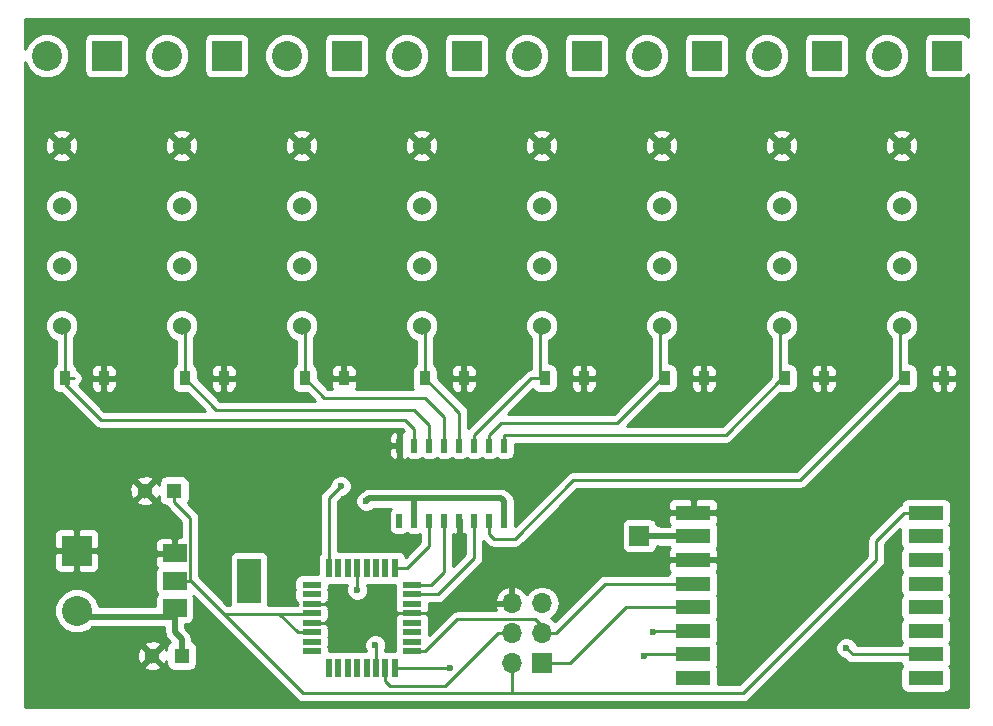
<source format=gtl>
G04 #@! TF.FileFunction,Copper,L1,Top,Signal*
%FSLAX46Y46*%
G04 Gerber Fmt 4.6, Leading zero omitted, Abs format (unit mm)*
G04 Created by KiCad (PCBNEW 4.0.5-e0-6337~49~ubuntu16.04.1) date Tue Jan 17 08:46:27 2017*
%MOMM*%
%LPD*%
G01*
G04 APERTURE LIST*
%ADD10C,0.100000*%
%ADD11R,1.600000X0.550000*%
%ADD12R,0.550000X1.600000*%
%ADD13R,2.540000X2.540000*%
%ADD14C,2.540000*%
%ADD15R,1.700000X1.700000*%
%ADD16O,1.700000X1.700000*%
%ADD17C,1.524000*%
%ADD18R,2.000000X3.800000*%
%ADD19R,2.000000X1.500000*%
%ADD20R,3.000000X1.200000*%
%ADD21R,0.508000X1.143000*%
%ADD22R,1.300000X1.300000*%
%ADD23C,1.300000*%
%ADD24R,0.900000X1.200000*%
%ADD25C,0.600000*%
%ADD26C,0.250000*%
%ADD27C,0.500000*%
%ADD28C,0.254000*%
G04 APERTURE END LIST*
D10*
D11*
X163390000Y-114675000D03*
X163390000Y-115475000D03*
X163390000Y-116275000D03*
X163390000Y-117075000D03*
X163390000Y-117875000D03*
X163390000Y-118675000D03*
X163390000Y-119475000D03*
X163390000Y-120275000D03*
D12*
X164840000Y-121725000D03*
X165640000Y-121725000D03*
X166440000Y-121725000D03*
X167240000Y-121725000D03*
X168040000Y-121725000D03*
X168840000Y-121725000D03*
X169640000Y-121725000D03*
X170440000Y-121725000D03*
D11*
X171890000Y-120275000D03*
X171890000Y-119475000D03*
X171890000Y-118675000D03*
X171890000Y-117875000D03*
X171890000Y-117075000D03*
X171890000Y-116275000D03*
X171890000Y-115475000D03*
X171890000Y-114675000D03*
D12*
X170440000Y-113225000D03*
X169640000Y-113225000D03*
X168840000Y-113225000D03*
X168040000Y-113225000D03*
X167240000Y-113225000D03*
X166440000Y-113225000D03*
X165640000Y-113225000D03*
X164840000Y-113225000D03*
D13*
X143510000Y-111760000D03*
D14*
X143510000Y-116840000D03*
D15*
X191135000Y-110490000D03*
X182880000Y-121285000D03*
D16*
X180340000Y-121285000D03*
X182880000Y-118745000D03*
X180340000Y-118745000D03*
X182880000Y-116205000D03*
X180340000Y-116205000D03*
D13*
X146050000Y-69850000D03*
D14*
X140970000Y-69850000D03*
D13*
X156210000Y-69850000D03*
D14*
X151130000Y-69850000D03*
D13*
X166370000Y-69850000D03*
D14*
X161290000Y-69850000D03*
D13*
X176530000Y-69850000D03*
D14*
X171450000Y-69850000D03*
D13*
X186690000Y-69850000D03*
D14*
X181610000Y-69850000D03*
D13*
X196850000Y-69850000D03*
D14*
X191770000Y-69850000D03*
D13*
X207010000Y-69850000D03*
D14*
X201930000Y-69850000D03*
D13*
X217170000Y-69850000D03*
D14*
X212090000Y-69850000D03*
D17*
X142240000Y-92710000D03*
X142240000Y-87630000D03*
X142240000Y-82550000D03*
X142240000Y-77470000D03*
X152400000Y-92710000D03*
X152400000Y-87630000D03*
X152400000Y-82550000D03*
X152400000Y-77470000D03*
X162560000Y-92710000D03*
X162560000Y-87630000D03*
X162560000Y-82550000D03*
X162560000Y-77470000D03*
X172720000Y-92710000D03*
X172720000Y-87630000D03*
X172720000Y-82550000D03*
X172720000Y-77470000D03*
X182880000Y-92710000D03*
X182880000Y-87630000D03*
X182880000Y-82550000D03*
X182880000Y-77470000D03*
X193040000Y-92710000D03*
X193040000Y-87630000D03*
X193040000Y-82550000D03*
X193040000Y-77470000D03*
X203200000Y-92710000D03*
X203200000Y-87630000D03*
X203200000Y-82550000D03*
X203200000Y-77470000D03*
X213360000Y-92710000D03*
X213360000Y-87630000D03*
X213360000Y-82550000D03*
X213360000Y-77470000D03*
D18*
X158090000Y-114300000D03*
D19*
X151790000Y-114300000D03*
X151790000Y-116600000D03*
X151790000Y-112000000D03*
D20*
X215395000Y-122555000D03*
X215395000Y-120555000D03*
X215395000Y-118555000D03*
X215395000Y-116555000D03*
X215395000Y-114555000D03*
X215395000Y-112555000D03*
X215395000Y-110555000D03*
X215395000Y-108555000D03*
X195695000Y-108555000D03*
X195695000Y-110555000D03*
X195695000Y-112555000D03*
X195695000Y-114555000D03*
X195695000Y-116555000D03*
X195695000Y-118555000D03*
X195695000Y-120555000D03*
X195695000Y-122555000D03*
D21*
X179705000Y-109220000D03*
X177165000Y-109220000D03*
X175895000Y-109220000D03*
X174625000Y-109220000D03*
X173355000Y-109220000D03*
X172085000Y-109220000D03*
X170815000Y-109220000D03*
X170815000Y-102870000D03*
X172085000Y-102870000D03*
X173355000Y-102870000D03*
X174625000Y-102870000D03*
X175895000Y-102870000D03*
X177165000Y-102870000D03*
X178435000Y-102870000D03*
X179705000Y-102870000D03*
X178435000Y-109220000D03*
D22*
X152400000Y-120650000D03*
D23*
X149900000Y-120650000D03*
D22*
X151765000Y-106680000D03*
D23*
X149265000Y-106680000D03*
D24*
X142495000Y-97155000D03*
X145795000Y-97155000D03*
X152655000Y-97155000D03*
X155955000Y-97155000D03*
X162815000Y-97155000D03*
X166115000Y-97155000D03*
X172975000Y-97155000D03*
X176275000Y-97155000D03*
X183135000Y-97155000D03*
X186435000Y-97155000D03*
X193295000Y-97155000D03*
X196595000Y-97155000D03*
X203455000Y-97155000D03*
X206755000Y-97155000D03*
X213615000Y-97155000D03*
X216915000Y-97155000D03*
D25*
X175895000Y-110871000D03*
X168783000Y-119761000D03*
X191516000Y-120650000D03*
X192278000Y-118618000D03*
X175133000Y-121666000D03*
X167259000Y-115062000D03*
X165862000Y-106299000D03*
X208661000Y-120015000D03*
X168021000Y-107569000D03*
D26*
X175895000Y-109220000D02*
X175895000Y-110871000D01*
X171890000Y-117075000D02*
X174390000Y-117075000D01*
X175260000Y-116205000D02*
X180340000Y-116205000D01*
X174390000Y-117075000D02*
X175260000Y-116205000D01*
X163390000Y-117875000D02*
X166605000Y-117875000D01*
X166605000Y-117875000D02*
X167405000Y-117075000D01*
X171890000Y-117075000D02*
X167405000Y-117075000D01*
X167405000Y-117075000D02*
X167240000Y-117075000D01*
X166440000Y-116275000D02*
X163390000Y-116275000D01*
X167240000Y-117075000D02*
X166440000Y-116275000D01*
X181483000Y-123835100D02*
X162697100Y-123835100D01*
X162697100Y-123835100D02*
X161671000Y-122809000D01*
X163390000Y-118675000D02*
X162236000Y-118675000D01*
X162236000Y-118675000D02*
X160655000Y-117094000D01*
X151790000Y-114300000D02*
X153162000Y-114300000D01*
X153162000Y-114300000D02*
X155956000Y-117094000D01*
X155956000Y-117094000D02*
X160655000Y-117094000D01*
X160655000Y-117094000D02*
X163371000Y-117094000D01*
X163371000Y-117094000D02*
X163390000Y-117075000D01*
X153162000Y-114300000D02*
X161671000Y-122809000D01*
X180340000Y-121285000D02*
X180340000Y-123835100D01*
X180594000Y-123825000D02*
X180594000Y-123835100D01*
X180340000Y-123835100D02*
X180350100Y-123825000D01*
X180350100Y-123825000D02*
X180594000Y-123825000D01*
X180594000Y-123835100D02*
X181483000Y-123835100D01*
X181483000Y-123835100D02*
X199887900Y-123835100D01*
X215395000Y-108555000D02*
X213569700Y-108555000D01*
X213569700Y-108555000D02*
X211201000Y-110923700D01*
X199887900Y-123835100D02*
X211201000Y-112522000D01*
X211201000Y-112522000D02*
X211201000Y-110923700D01*
X151765000Y-106680000D02*
X151765000Y-107655300D01*
X151790000Y-114300000D02*
X153002700Y-114300000D01*
X153002700Y-114300000D02*
X153115300Y-114300000D01*
X153115300Y-109005600D02*
X151765000Y-107655300D01*
X153115300Y-114300000D02*
X153115300Y-109005600D01*
X168840000Y-121725000D02*
X168840000Y-119818000D01*
X168840000Y-119818000D02*
X168783000Y-119761000D01*
X191611000Y-120555000D02*
X195695000Y-120555000D01*
X191516000Y-120650000D02*
X191611000Y-120555000D01*
X169640000Y-121725000D02*
X169640000Y-122777000D01*
X174719700Y-123190000D02*
X175059400Y-122850300D01*
X170053000Y-123190000D02*
X174719700Y-123190000D01*
X169640000Y-122777000D02*
X170053000Y-123190000D01*
X195695000Y-118555000D02*
X192341000Y-118555000D01*
X192341000Y-118555000D02*
X192278000Y-118618000D01*
X179164700Y-118745000D02*
X175059400Y-122850300D01*
X180340000Y-118745000D02*
X179164700Y-118745000D01*
X182880000Y-121285000D02*
X185293000Y-121285000D01*
X190023000Y-116555000D02*
X195695000Y-116555000D01*
X185293000Y-121285000D02*
X190023000Y-116555000D01*
X170440000Y-121725000D02*
X175074000Y-121725000D01*
X175074000Y-121725000D02*
X175133000Y-121666000D01*
X188245300Y-114555000D02*
X184055300Y-118745000D01*
X195695000Y-114555000D02*
X188245300Y-114555000D01*
X182880000Y-118745000D02*
X183467700Y-118745000D01*
X183467700Y-118745000D02*
X184055300Y-118745000D01*
X175735900Y-117554400D02*
X173015300Y-120275000D01*
X182277100Y-117554400D02*
X175735900Y-117554400D01*
X183467700Y-118745000D02*
X182277100Y-117554400D01*
X171890000Y-120275000D02*
X173015300Y-120275000D01*
X171450000Y-113225000D02*
X171509000Y-113225000D01*
X171509000Y-113225000D02*
X173355000Y-111379000D01*
X170440000Y-113225000D02*
X171450000Y-113225000D01*
X173355000Y-111379000D02*
X173355000Y-109220000D01*
X171890000Y-114675000D02*
X173488000Y-114675000D01*
X174625000Y-113538000D02*
X174625000Y-109220000D01*
X173488000Y-114675000D02*
X174625000Y-113538000D01*
X171890000Y-115475000D02*
X174085000Y-115475000D01*
X177165000Y-112395000D02*
X177165000Y-109220000D01*
X174085000Y-115475000D02*
X177165000Y-112395000D01*
X167240000Y-115043000D02*
X167240000Y-113225000D01*
X167259000Y-115062000D02*
X167240000Y-115043000D01*
X167259000Y-113206000D02*
X167240000Y-113225000D01*
X164840000Y-110109000D02*
X164840000Y-107321000D01*
X164840000Y-107321000D02*
X165862000Y-106299000D01*
X215395000Y-120555000D02*
X209201000Y-120555000D01*
X209201000Y-120555000D02*
X208661000Y-120015000D01*
X164840000Y-110109000D02*
X164840000Y-113225000D01*
D27*
X172085000Y-107315000D02*
X168275000Y-107315000D01*
X168275000Y-107315000D02*
X168021000Y-107569000D01*
X179705000Y-109220000D02*
X179705000Y-107569000D01*
X172085000Y-107315000D02*
X172085000Y-109220000D01*
X179451000Y-107315000D02*
X172085000Y-107315000D01*
X179705000Y-107569000D02*
X179451000Y-107315000D01*
X151790000Y-116600000D02*
X151790000Y-117350100D01*
X152400000Y-120650000D02*
X152400000Y-119249700D01*
X152400000Y-119249700D02*
X151790000Y-118639700D01*
X151790000Y-118639700D02*
X151790000Y-117350100D01*
X144655100Y-117350100D02*
X144145000Y-116840000D01*
X151790000Y-117350100D02*
X144655100Y-117350100D01*
X192800300Y-110555000D02*
X192735300Y-110490000D01*
X195695000Y-110555000D02*
X192800300Y-110555000D01*
X191135000Y-110490000D02*
X192735300Y-110490000D01*
D26*
X142495000Y-97155000D02*
X142495000Y-97664000D01*
X142495000Y-97664000D02*
X145542000Y-100711000D01*
X172085000Y-101473000D02*
X172085000Y-102870000D01*
X171323000Y-100711000D02*
X172085000Y-101473000D01*
X145542000Y-100711000D02*
X171323000Y-100711000D01*
X142495000Y-92965000D02*
X142240000Y-92710000D01*
X142495000Y-97155000D02*
X142495000Y-92965000D01*
X142495000Y-97155000D02*
X142882500Y-97155000D01*
X142882500Y-97155000D02*
X143270000Y-97155000D01*
X157226000Y-99822000D02*
X155322000Y-99822000D01*
X155322000Y-99822000D02*
X152655000Y-97155000D01*
X173355000Y-102870000D02*
X173355000Y-101092000D01*
X172085000Y-99822000D02*
X157226000Y-99822000D01*
X173355000Y-101092000D02*
X172085000Y-99822000D01*
X152655000Y-97155000D02*
X152655000Y-95371900D01*
X152655000Y-92965000D02*
X152400000Y-92710000D01*
X152655000Y-95371900D02*
X152655000Y-92965000D01*
X164973000Y-98806000D02*
X164466000Y-98806000D01*
X164466000Y-98806000D02*
X162815000Y-97155000D01*
X174625000Y-102870000D02*
X174625000Y-100457000D01*
X172974000Y-98806000D02*
X164973000Y-98806000D01*
X174625000Y-100457000D02*
X172974000Y-98806000D01*
X162815000Y-97155000D02*
X162815000Y-96804900D01*
X162815000Y-92965000D02*
X162560000Y-92710000D01*
X162815000Y-96804900D02*
X162815000Y-92965000D01*
X172975000Y-97155000D02*
X172975000Y-97156000D01*
X172975000Y-97156000D02*
X175895000Y-100076000D01*
X172975000Y-92965000D02*
X172720000Y-92710000D01*
X172975000Y-97155000D02*
X172975000Y-92965000D01*
X175895000Y-100076000D02*
X175895000Y-102870000D01*
X177165000Y-102870000D02*
X177165000Y-101981000D01*
X181991000Y-97155000D02*
X183135000Y-97155000D01*
X177165000Y-101981000D02*
X181991000Y-97155000D01*
X182747000Y-97155000D02*
X183135000Y-97155000D01*
X182747000Y-95411800D02*
X182747000Y-97155000D01*
X182747000Y-92842600D02*
X182747000Y-95411800D01*
X182880000Y-92710000D02*
X182747000Y-92842600D01*
X192907000Y-92842600D02*
X193040000Y-92710000D01*
X192907000Y-97155000D02*
X192907000Y-92842600D01*
X193076000Y-97155000D02*
X192907000Y-97155000D01*
X193295000Y-97155000D02*
X193076000Y-97155000D01*
X179464800Y-100943400D02*
X178435000Y-101973200D01*
X189287600Y-100943400D02*
X179464800Y-100943400D01*
X193076000Y-97155000D02*
X189287600Y-100943400D01*
X178435000Y-102870000D02*
X178435000Y-101973200D01*
X203455000Y-97155000D02*
X203261000Y-97155000D01*
X203067000Y-92842600D02*
X203200000Y-92710000D01*
X203067000Y-97155000D02*
X203067000Y-92842600D01*
X203261000Y-97155000D02*
X203067000Y-97155000D01*
X198442800Y-101973200D02*
X179705000Y-101973200D01*
X203261000Y-97155000D02*
X198442800Y-101973200D01*
X179705000Y-102870000D02*
X179705000Y-101973200D01*
X178435000Y-110363000D02*
X178816000Y-110744000D01*
X178435000Y-109220000D02*
X178435000Y-110363000D01*
X185547000Y-105791000D02*
X204760000Y-105791000D01*
X180594000Y-110744000D02*
X185547000Y-105791000D01*
X178816000Y-110744000D02*
X180594000Y-110744000D01*
X213227000Y-92842600D02*
X213360000Y-92710000D01*
X213227000Y-97155000D02*
X213227000Y-92842600D01*
X213396000Y-97155000D02*
X213227000Y-97155000D01*
X213615000Y-97155000D02*
X213396000Y-97155000D01*
X213396000Y-97155000D02*
X204760000Y-105791000D01*
D28*
G36*
X219000000Y-68277607D02*
X218904090Y-68128559D01*
X218691890Y-67983569D01*
X218440000Y-67932560D01*
X215900000Y-67932560D01*
X215664683Y-67976838D01*
X215448559Y-68115910D01*
X215303569Y-68328110D01*
X215252560Y-68580000D01*
X215252560Y-71120000D01*
X215296838Y-71355317D01*
X215435910Y-71571441D01*
X215648110Y-71716431D01*
X215900000Y-71767440D01*
X218440000Y-71767440D01*
X218675317Y-71723162D01*
X218891441Y-71584090D01*
X219000000Y-71425209D01*
X219000000Y-125020000D01*
X139140000Y-125020000D01*
X139140000Y-121549016D01*
X149180590Y-121549016D01*
X149236271Y-121779611D01*
X149719078Y-121947622D01*
X150229428Y-121918083D01*
X150563729Y-121779611D01*
X150619410Y-121549016D01*
X149900000Y-120829605D01*
X149180590Y-121549016D01*
X139140000Y-121549016D01*
X139140000Y-120469078D01*
X148602378Y-120469078D01*
X148631917Y-120979428D01*
X148770389Y-121313729D01*
X149000984Y-121369410D01*
X149720395Y-120650000D01*
X149000984Y-119930590D01*
X148770389Y-119986271D01*
X148602378Y-120469078D01*
X139140000Y-120469078D01*
X139140000Y-119750984D01*
X149180590Y-119750984D01*
X149900000Y-120470395D01*
X150619410Y-119750984D01*
X150563729Y-119520389D01*
X150080922Y-119352378D01*
X149570572Y-119381917D01*
X149236271Y-119520389D01*
X149180590Y-119750984D01*
X139140000Y-119750984D01*
X139140000Y-117217265D01*
X141604670Y-117217265D01*
X141894078Y-117917686D01*
X142429495Y-118454039D01*
X143129410Y-118744668D01*
X143887265Y-118745330D01*
X144587686Y-118455922D01*
X144808894Y-118235100D01*
X150905000Y-118235100D01*
X150905000Y-118639695D01*
X150904999Y-118639700D01*
X150946004Y-118845839D01*
X150972367Y-118978375D01*
X151140946Y-119230673D01*
X151164210Y-119265490D01*
X151381354Y-119482633D01*
X151298559Y-119535910D01*
X151153569Y-119748110D01*
X151102560Y-120000000D01*
X151102560Y-120162385D01*
X151029611Y-119986271D01*
X150799016Y-119930590D01*
X150079605Y-120650000D01*
X150799016Y-121369410D01*
X151029611Y-121313729D01*
X151102560Y-121104098D01*
X151102560Y-121300000D01*
X151146838Y-121535317D01*
X151285910Y-121751441D01*
X151498110Y-121896431D01*
X151750000Y-121947440D01*
X153050000Y-121947440D01*
X153285317Y-121903162D01*
X153501441Y-121764090D01*
X153646431Y-121551890D01*
X153697440Y-121300000D01*
X153697440Y-120000000D01*
X153653162Y-119764683D01*
X153514090Y-119548559D01*
X153301890Y-119403569D01*
X153285000Y-119400149D01*
X153285000Y-119249705D01*
X153285001Y-119249700D01*
X153217633Y-118911025D01*
X153174077Y-118845839D01*
X153025790Y-118623910D01*
X153025787Y-118623908D01*
X152675000Y-118273120D01*
X152675000Y-117997440D01*
X152790000Y-117997440D01*
X153025317Y-117953162D01*
X153241441Y-117814090D01*
X153386431Y-117601890D01*
X153437440Y-117350000D01*
X153437440Y-115850000D01*
X153393162Y-115614683D01*
X153377425Y-115590227D01*
X162159699Y-124372501D01*
X162406261Y-124537248D01*
X162697100Y-124595100D01*
X199887900Y-124595100D01*
X200178739Y-124537248D01*
X200425301Y-124372501D01*
X211738401Y-113059401D01*
X211903148Y-112812840D01*
X211928410Y-112685839D01*
X211961000Y-112522000D01*
X211961000Y-111238502D01*
X213248337Y-109951165D01*
X213247560Y-109955000D01*
X213247560Y-111155000D01*
X213291838Y-111390317D01*
X213398759Y-111556477D01*
X213298569Y-111703110D01*
X213247560Y-111955000D01*
X213247560Y-113155000D01*
X213291838Y-113390317D01*
X213398759Y-113556477D01*
X213298569Y-113703110D01*
X213247560Y-113955000D01*
X213247560Y-115155000D01*
X213291838Y-115390317D01*
X213398759Y-115556477D01*
X213298569Y-115703110D01*
X213247560Y-115955000D01*
X213247560Y-117155000D01*
X213291838Y-117390317D01*
X213398759Y-117556477D01*
X213298569Y-117703110D01*
X213247560Y-117955000D01*
X213247560Y-119155000D01*
X213291838Y-119390317D01*
X213398759Y-119556477D01*
X213298569Y-119703110D01*
X213279961Y-119795000D01*
X209581769Y-119795000D01*
X209454117Y-119486057D01*
X209191327Y-119222808D01*
X208847799Y-119080162D01*
X208475833Y-119079838D01*
X208132057Y-119221883D01*
X207868808Y-119484673D01*
X207726162Y-119828201D01*
X207725838Y-120200167D01*
X207867883Y-120543943D01*
X208130673Y-120807192D01*
X208474201Y-120949838D01*
X208521077Y-120949879D01*
X208663599Y-121092401D01*
X208910160Y-121257148D01*
X209201000Y-121315000D01*
X213277666Y-121315000D01*
X213291838Y-121390317D01*
X213398759Y-121556477D01*
X213298569Y-121703110D01*
X213247560Y-121955000D01*
X213247560Y-123155000D01*
X213291838Y-123390317D01*
X213430910Y-123606441D01*
X213643110Y-123751431D01*
X213895000Y-123802440D01*
X216895000Y-123802440D01*
X217130317Y-123758162D01*
X217346441Y-123619090D01*
X217491431Y-123406890D01*
X217542440Y-123155000D01*
X217542440Y-121955000D01*
X217498162Y-121719683D01*
X217391241Y-121553523D01*
X217491431Y-121406890D01*
X217542440Y-121155000D01*
X217542440Y-119955000D01*
X217498162Y-119719683D01*
X217391241Y-119553523D01*
X217491431Y-119406890D01*
X217542440Y-119155000D01*
X217542440Y-117955000D01*
X217498162Y-117719683D01*
X217391241Y-117553523D01*
X217491431Y-117406890D01*
X217542440Y-117155000D01*
X217542440Y-115955000D01*
X217498162Y-115719683D01*
X217391241Y-115553523D01*
X217491431Y-115406890D01*
X217542440Y-115155000D01*
X217542440Y-113955000D01*
X217498162Y-113719683D01*
X217391241Y-113553523D01*
X217491431Y-113406890D01*
X217542440Y-113155000D01*
X217542440Y-111955000D01*
X217498162Y-111719683D01*
X217391241Y-111553523D01*
X217491431Y-111406890D01*
X217542440Y-111155000D01*
X217542440Y-109955000D01*
X217498162Y-109719683D01*
X217391241Y-109553523D01*
X217491431Y-109406890D01*
X217542440Y-109155000D01*
X217542440Y-107955000D01*
X217498162Y-107719683D01*
X217359090Y-107503559D01*
X217146890Y-107358569D01*
X216895000Y-107307560D01*
X213895000Y-107307560D01*
X213659683Y-107351838D01*
X213443559Y-107490910D01*
X213298569Y-107703110D01*
X213266584Y-107861055D01*
X213032299Y-108017599D01*
X210663599Y-110386299D01*
X210498852Y-110632861D01*
X210441000Y-110923700D01*
X210441000Y-112207198D01*
X199573098Y-123075100D01*
X197842440Y-123075100D01*
X197842440Y-121955000D01*
X197798162Y-121719683D01*
X197691241Y-121553523D01*
X197791431Y-121406890D01*
X197842440Y-121155000D01*
X197842440Y-119955000D01*
X197798162Y-119719683D01*
X197691241Y-119553523D01*
X197791431Y-119406890D01*
X197842440Y-119155000D01*
X197842440Y-117955000D01*
X197798162Y-117719683D01*
X197691241Y-117553523D01*
X197791431Y-117406890D01*
X197842440Y-117155000D01*
X197842440Y-115955000D01*
X197798162Y-115719683D01*
X197691241Y-115553523D01*
X197791431Y-115406890D01*
X197842440Y-115155000D01*
X197842440Y-113955000D01*
X197798162Y-113719683D01*
X197692518Y-113555508D01*
X197733327Y-113514699D01*
X197830000Y-113281310D01*
X197830000Y-112840750D01*
X197671250Y-112682000D01*
X195822000Y-112682000D01*
X195822000Y-112702000D01*
X195568000Y-112702000D01*
X195568000Y-112682000D01*
X193718750Y-112682000D01*
X193560000Y-112840750D01*
X193560000Y-113281310D01*
X193656673Y-113514699D01*
X193698634Y-113556660D01*
X193598569Y-113703110D01*
X193579961Y-113795000D01*
X188245300Y-113795000D01*
X187954461Y-113852852D01*
X187707899Y-114017599D01*
X183987748Y-117737750D01*
X183959147Y-117694946D01*
X183629974Y-117475000D01*
X183959147Y-117255054D01*
X184281054Y-116773285D01*
X184394093Y-116205000D01*
X184281054Y-115636715D01*
X183959147Y-115154946D01*
X183477378Y-114833039D01*
X182909093Y-114720000D01*
X182850907Y-114720000D01*
X182282622Y-114833039D01*
X181800853Y-115154946D01*
X181611655Y-115438101D01*
X181611645Y-115438076D01*
X181221358Y-115009817D01*
X180696892Y-114763514D01*
X180467000Y-114884181D01*
X180467000Y-116078000D01*
X180487000Y-116078000D01*
X180487000Y-116332000D01*
X180467000Y-116332000D01*
X180467000Y-116352000D01*
X180213000Y-116352000D01*
X180213000Y-116332000D01*
X179019845Y-116332000D01*
X178898524Y-116561890D01*
X178994827Y-116794400D01*
X175735900Y-116794400D01*
X175493314Y-116842654D01*
X175445060Y-116852252D01*
X175198499Y-117016999D01*
X173337440Y-118878058D01*
X173337440Y-118400000D01*
X173313056Y-118270411D01*
X173337440Y-118150000D01*
X173337440Y-117600000D01*
X173317550Y-117494295D01*
X173325000Y-117476310D01*
X173325000Y-117360750D01*
X173228599Y-117264349D01*
X173154090Y-117148559D01*
X173046603Y-117075116D01*
X173141441Y-117014090D01*
X173230495Y-116883755D01*
X173325000Y-116789250D01*
X173325000Y-116673690D01*
X173316532Y-116653247D01*
X173337440Y-116550000D01*
X173337440Y-116235000D01*
X174085000Y-116235000D01*
X174375839Y-116177148D01*
X174622401Y-116012401D01*
X174786692Y-115848110D01*
X178898524Y-115848110D01*
X179019845Y-116078000D01*
X180213000Y-116078000D01*
X180213000Y-114884181D01*
X179983108Y-114763514D01*
X179458642Y-115009817D01*
X179068355Y-115438076D01*
X178898524Y-115848110D01*
X174786692Y-115848110D01*
X177702401Y-112932401D01*
X177867148Y-112685839D01*
X177925000Y-112395000D01*
X177925000Y-110927802D01*
X178278599Y-111281401D01*
X178525160Y-111446148D01*
X178816000Y-111504000D01*
X180594000Y-111504000D01*
X180884839Y-111446148D01*
X181131401Y-111281401D01*
X182772802Y-109640000D01*
X189637560Y-109640000D01*
X189637560Y-111340000D01*
X189681838Y-111575317D01*
X189820910Y-111791441D01*
X190033110Y-111936431D01*
X190285000Y-111987440D01*
X191985000Y-111987440D01*
X192220317Y-111943162D01*
X192436441Y-111804090D01*
X192581431Y-111591890D01*
X192619473Y-111404032D01*
X192800300Y-111440001D01*
X192800305Y-111440000D01*
X193623808Y-111440000D01*
X193697482Y-111554492D01*
X193656673Y-111595301D01*
X193560000Y-111828690D01*
X193560000Y-112269250D01*
X193718750Y-112428000D01*
X195568000Y-112428000D01*
X195568000Y-112408000D01*
X195822000Y-112408000D01*
X195822000Y-112428000D01*
X197671250Y-112428000D01*
X197830000Y-112269250D01*
X197830000Y-111828690D01*
X197733327Y-111595301D01*
X197691366Y-111553340D01*
X197791431Y-111406890D01*
X197842440Y-111155000D01*
X197842440Y-109955000D01*
X197798162Y-109719683D01*
X197692518Y-109555508D01*
X197733327Y-109514699D01*
X197830000Y-109281310D01*
X197830000Y-108840750D01*
X197671250Y-108682000D01*
X195822000Y-108682000D01*
X195822000Y-108702000D01*
X195568000Y-108702000D01*
X195568000Y-108682000D01*
X193718750Y-108682000D01*
X193560000Y-108840750D01*
X193560000Y-109281310D01*
X193656673Y-109514699D01*
X193698634Y-109556660D01*
X193621192Y-109670000D01*
X193062075Y-109670000D01*
X193017784Y-109661190D01*
X192735300Y-109604999D01*
X192735295Y-109605000D01*
X192625854Y-109605000D01*
X192588162Y-109404683D01*
X192449090Y-109188559D01*
X192236890Y-109043569D01*
X191985000Y-108992560D01*
X190285000Y-108992560D01*
X190049683Y-109036838D01*
X189833559Y-109175910D01*
X189688569Y-109388110D01*
X189637560Y-109640000D01*
X182772802Y-109640000D01*
X184584112Y-107828690D01*
X193560000Y-107828690D01*
X193560000Y-108269250D01*
X193718750Y-108428000D01*
X195568000Y-108428000D01*
X195568000Y-107478750D01*
X195822000Y-107478750D01*
X195822000Y-108428000D01*
X197671250Y-108428000D01*
X197830000Y-108269250D01*
X197830000Y-107828690D01*
X197733327Y-107595301D01*
X197554698Y-107416673D01*
X197321309Y-107320000D01*
X195980750Y-107320000D01*
X195822000Y-107478750D01*
X195568000Y-107478750D01*
X195409250Y-107320000D01*
X194068691Y-107320000D01*
X193835302Y-107416673D01*
X193656673Y-107595301D01*
X193560000Y-107828690D01*
X184584112Y-107828690D01*
X185861802Y-106551000D01*
X204760000Y-106551000D01*
X205050839Y-106493148D01*
X205297401Y-106328401D01*
X213223362Y-98402440D01*
X214065000Y-98402440D01*
X214300317Y-98358162D01*
X214516441Y-98219090D01*
X214661431Y-98006890D01*
X214712440Y-97755000D01*
X214712440Y-97440750D01*
X215830000Y-97440750D01*
X215830000Y-97881310D01*
X215926673Y-98114699D01*
X216105302Y-98293327D01*
X216338691Y-98390000D01*
X216629250Y-98390000D01*
X216788000Y-98231250D01*
X216788000Y-97282000D01*
X217042000Y-97282000D01*
X217042000Y-98231250D01*
X217200750Y-98390000D01*
X217491309Y-98390000D01*
X217724698Y-98293327D01*
X217903327Y-98114699D01*
X218000000Y-97881310D01*
X218000000Y-97440750D01*
X217841250Y-97282000D01*
X217042000Y-97282000D01*
X216788000Y-97282000D01*
X215988750Y-97282000D01*
X215830000Y-97440750D01*
X214712440Y-97440750D01*
X214712440Y-96555000D01*
X214688674Y-96428690D01*
X215830000Y-96428690D01*
X215830000Y-96869250D01*
X215988750Y-97028000D01*
X216788000Y-97028000D01*
X216788000Y-96078750D01*
X217042000Y-96078750D01*
X217042000Y-97028000D01*
X217841250Y-97028000D01*
X218000000Y-96869250D01*
X218000000Y-96428690D01*
X217903327Y-96195301D01*
X217724698Y-96016673D01*
X217491309Y-95920000D01*
X217200750Y-95920000D01*
X217042000Y-96078750D01*
X216788000Y-96078750D01*
X216629250Y-95920000D01*
X216338691Y-95920000D01*
X216105302Y-96016673D01*
X215926673Y-96195301D01*
X215830000Y-96428690D01*
X214688674Y-96428690D01*
X214668162Y-96319683D01*
X214529090Y-96103559D01*
X214316890Y-95958569D01*
X214065000Y-95907560D01*
X213987000Y-95907560D01*
X213987000Y-93962485D01*
X214150303Y-93895010D01*
X214543629Y-93502370D01*
X214756757Y-92989100D01*
X214757242Y-92433339D01*
X214545010Y-91919697D01*
X214152370Y-91526371D01*
X213639100Y-91313243D01*
X213083339Y-91312758D01*
X212569697Y-91524990D01*
X212176371Y-91917630D01*
X211963243Y-92430900D01*
X211962758Y-92986661D01*
X212174990Y-93500303D01*
X212467000Y-93792823D01*
X212467000Y-97009198D01*
X204445198Y-105031000D01*
X185547000Y-105031000D01*
X185256161Y-105088852D01*
X185009599Y-105253599D01*
X180606440Y-109656758D01*
X180606440Y-108648500D01*
X180590000Y-108561129D01*
X180590000Y-107569005D01*
X180590001Y-107569000D01*
X180522633Y-107230325D01*
X180330790Y-106943210D01*
X180330787Y-106943208D01*
X180076790Y-106689210D01*
X179928071Y-106589840D01*
X179789675Y-106497367D01*
X179731519Y-106485799D01*
X179451000Y-106429999D01*
X179450995Y-106430000D01*
X168275005Y-106430000D01*
X168275000Y-106429999D01*
X167957535Y-106493148D01*
X167936325Y-106497367D01*
X167649210Y-106689210D01*
X167649208Y-106689213D01*
X167612166Y-106726255D01*
X167492057Y-106775883D01*
X167228808Y-107038673D01*
X167086162Y-107382201D01*
X167085838Y-107754167D01*
X167227883Y-108097943D01*
X167490673Y-108361192D01*
X167834201Y-108503838D01*
X168206167Y-108504162D01*
X168549943Y-108362117D01*
X168712343Y-108200000D01*
X170098907Y-108200000D01*
X169964569Y-108396610D01*
X169913560Y-108648500D01*
X169913560Y-109791500D01*
X169957838Y-110026817D01*
X170096910Y-110242941D01*
X170309110Y-110387931D01*
X170561000Y-110438940D01*
X171069000Y-110438940D01*
X171304317Y-110394662D01*
X171450907Y-110300334D01*
X171579110Y-110387931D01*
X171831000Y-110438940D01*
X172339000Y-110438940D01*
X172574317Y-110394662D01*
X172595000Y-110381353D01*
X172595000Y-111064198D01*
X171342131Y-112317067D01*
X171318162Y-112189683D01*
X171179090Y-111973559D01*
X170966890Y-111828569D01*
X170715000Y-111777560D01*
X170165000Y-111777560D01*
X170035411Y-111801944D01*
X169915000Y-111777560D01*
X169365000Y-111777560D01*
X169235411Y-111801944D01*
X169115000Y-111777560D01*
X168565000Y-111777560D01*
X168435411Y-111801944D01*
X168315000Y-111777560D01*
X167765000Y-111777560D01*
X167635411Y-111801944D01*
X167515000Y-111777560D01*
X166965000Y-111777560D01*
X166835411Y-111801944D01*
X166715000Y-111777560D01*
X166165000Y-111777560D01*
X166035411Y-111801944D01*
X165915000Y-111777560D01*
X165600000Y-111777560D01*
X165600000Y-107635802D01*
X166001680Y-107234122D01*
X166047167Y-107234162D01*
X166390943Y-107092117D01*
X166654192Y-106829327D01*
X166796838Y-106485799D01*
X166797162Y-106113833D01*
X166655117Y-105770057D01*
X166392327Y-105506808D01*
X166048799Y-105364162D01*
X165676833Y-105363838D01*
X165333057Y-105505883D01*
X165069808Y-105768673D01*
X164927162Y-106112201D01*
X164927121Y-106159077D01*
X164302599Y-106783599D01*
X164137852Y-107030161D01*
X164080000Y-107321000D01*
X164080000Y-112010025D01*
X163968569Y-112173110D01*
X163917560Y-112425000D01*
X163917560Y-113752560D01*
X162590000Y-113752560D01*
X162354683Y-113796838D01*
X162138559Y-113935910D01*
X161993569Y-114148110D01*
X161942560Y-114400000D01*
X161942560Y-114950000D01*
X161966944Y-115079589D01*
X161942560Y-115200000D01*
X161942560Y-115750000D01*
X161962450Y-115855705D01*
X161955000Y-115873690D01*
X161955000Y-115989250D01*
X162051401Y-116085651D01*
X162125910Y-116201441D01*
X162233397Y-116274884D01*
X162141527Y-116334000D01*
X159710304Y-116334000D01*
X159737440Y-116200000D01*
X159737440Y-112400000D01*
X159693162Y-112164683D01*
X159554090Y-111948559D01*
X159341890Y-111803569D01*
X159090000Y-111752560D01*
X157090000Y-111752560D01*
X156854683Y-111796838D01*
X156638559Y-111935910D01*
X156493569Y-112148110D01*
X156442560Y-112400000D01*
X156442560Y-116200000D01*
X156467774Y-116334000D01*
X156270802Y-116334000D01*
X153875300Y-113938498D01*
X153875300Y-109005600D01*
X153817448Y-108714761D01*
X153652701Y-108468199D01*
X152911965Y-107727463D01*
X153011431Y-107581890D01*
X153062440Y-107330000D01*
X153062440Y-106030000D01*
X153018162Y-105794683D01*
X152879090Y-105578559D01*
X152666890Y-105433569D01*
X152415000Y-105382560D01*
X151115000Y-105382560D01*
X150879683Y-105426838D01*
X150663559Y-105565910D01*
X150518569Y-105778110D01*
X150467560Y-106030000D01*
X150467560Y-106192385D01*
X150394611Y-106016271D01*
X150164016Y-105960590D01*
X149444605Y-106680000D01*
X150164016Y-107399410D01*
X150394611Y-107343729D01*
X150467560Y-107134098D01*
X150467560Y-107330000D01*
X150511838Y-107565317D01*
X150650910Y-107781441D01*
X150863110Y-107926431D01*
X151078879Y-107970125D01*
X151227599Y-108192701D01*
X152355300Y-109320402D01*
X152355300Y-110615000D01*
X152075750Y-110615000D01*
X151917000Y-110773750D01*
X151917000Y-111873000D01*
X151937000Y-111873000D01*
X151937000Y-112127000D01*
X151917000Y-112127000D01*
X151917000Y-112147000D01*
X151663000Y-112147000D01*
X151663000Y-112127000D01*
X150313750Y-112127000D01*
X150155000Y-112285750D01*
X150155000Y-112876310D01*
X150251673Y-113109699D01*
X150293634Y-113151660D01*
X150193569Y-113298110D01*
X150142560Y-113550000D01*
X150142560Y-115050000D01*
X150186838Y-115285317D01*
X150293759Y-115451477D01*
X150193569Y-115598110D01*
X150142560Y-115850000D01*
X150142560Y-116465100D01*
X145415328Y-116465100D01*
X145415330Y-116462735D01*
X145125922Y-115762314D01*
X144590505Y-115225961D01*
X143890590Y-114935332D01*
X143132735Y-114934670D01*
X142432314Y-115224078D01*
X141895961Y-115759495D01*
X141605332Y-116459410D01*
X141604670Y-117217265D01*
X139140000Y-117217265D01*
X139140000Y-112045750D01*
X141605000Y-112045750D01*
X141605000Y-113156309D01*
X141701673Y-113389698D01*
X141880301Y-113568327D01*
X142113690Y-113665000D01*
X143224250Y-113665000D01*
X143383000Y-113506250D01*
X143383000Y-111887000D01*
X143637000Y-111887000D01*
X143637000Y-113506250D01*
X143795750Y-113665000D01*
X144906310Y-113665000D01*
X145139699Y-113568327D01*
X145318327Y-113389698D01*
X145415000Y-113156309D01*
X145415000Y-112045750D01*
X145256250Y-111887000D01*
X143637000Y-111887000D01*
X143383000Y-111887000D01*
X141763750Y-111887000D01*
X141605000Y-112045750D01*
X139140000Y-112045750D01*
X139140000Y-110363691D01*
X141605000Y-110363691D01*
X141605000Y-111474250D01*
X141763750Y-111633000D01*
X143383000Y-111633000D01*
X143383000Y-110013750D01*
X143637000Y-110013750D01*
X143637000Y-111633000D01*
X145256250Y-111633000D01*
X145415000Y-111474250D01*
X145415000Y-111123690D01*
X150155000Y-111123690D01*
X150155000Y-111714250D01*
X150313750Y-111873000D01*
X151663000Y-111873000D01*
X151663000Y-110773750D01*
X151504250Y-110615000D01*
X150663691Y-110615000D01*
X150430302Y-110711673D01*
X150251673Y-110890301D01*
X150155000Y-111123690D01*
X145415000Y-111123690D01*
X145415000Y-110363691D01*
X145318327Y-110130302D01*
X145139699Y-109951673D01*
X144906310Y-109855000D01*
X143795750Y-109855000D01*
X143637000Y-110013750D01*
X143383000Y-110013750D01*
X143224250Y-109855000D01*
X142113690Y-109855000D01*
X141880301Y-109951673D01*
X141701673Y-110130302D01*
X141605000Y-110363691D01*
X139140000Y-110363691D01*
X139140000Y-107579016D01*
X148545590Y-107579016D01*
X148601271Y-107809611D01*
X149084078Y-107977622D01*
X149594428Y-107948083D01*
X149928729Y-107809611D01*
X149984410Y-107579016D01*
X149265000Y-106859605D01*
X148545590Y-107579016D01*
X139140000Y-107579016D01*
X139140000Y-106499078D01*
X147967378Y-106499078D01*
X147996917Y-107009428D01*
X148135389Y-107343729D01*
X148365984Y-107399410D01*
X149085395Y-106680000D01*
X148365984Y-105960590D01*
X148135389Y-106016271D01*
X147967378Y-106499078D01*
X139140000Y-106499078D01*
X139140000Y-105780984D01*
X148545590Y-105780984D01*
X149265000Y-106500395D01*
X149984410Y-105780984D01*
X149928729Y-105550389D01*
X149445922Y-105382378D01*
X148935572Y-105411917D01*
X148601271Y-105550389D01*
X148545590Y-105780984D01*
X139140000Y-105780984D01*
X139140000Y-103155750D01*
X169926000Y-103155750D01*
X169926000Y-103567810D01*
X170022673Y-103801199D01*
X170201302Y-103979827D01*
X170434691Y-104076500D01*
X170529250Y-104076500D01*
X170688000Y-103917750D01*
X170688000Y-102997000D01*
X170084750Y-102997000D01*
X169926000Y-103155750D01*
X139140000Y-103155750D01*
X139140000Y-102172190D01*
X169926000Y-102172190D01*
X169926000Y-102584250D01*
X170084750Y-102743000D01*
X170688000Y-102743000D01*
X170688000Y-101822250D01*
X170529250Y-101663500D01*
X170434691Y-101663500D01*
X170201302Y-101760173D01*
X170022673Y-101938801D01*
X169926000Y-102172190D01*
X139140000Y-102172190D01*
X139140000Y-92986661D01*
X140842758Y-92986661D01*
X141054990Y-93500303D01*
X141447630Y-93893629D01*
X141735000Y-94012955D01*
X141735000Y-95999895D01*
X141593559Y-96090910D01*
X141448569Y-96303110D01*
X141397560Y-96555000D01*
X141397560Y-97755000D01*
X141441838Y-97990317D01*
X141580910Y-98206441D01*
X141793110Y-98351431D01*
X142045000Y-98402440D01*
X142158638Y-98402440D01*
X145004599Y-101248401D01*
X145251161Y-101413148D01*
X145542000Y-101471000D01*
X171008198Y-101471000D01*
X171204509Y-101667311D01*
X171195309Y-101663500D01*
X171100750Y-101663500D01*
X170942000Y-101822250D01*
X170942000Y-102743000D01*
X170962000Y-102743000D01*
X170962000Y-102997000D01*
X170942000Y-102997000D01*
X170942000Y-103917750D01*
X171100750Y-104076500D01*
X171195309Y-104076500D01*
X171428698Y-103979827D01*
X171455235Y-103953291D01*
X171579110Y-104037931D01*
X171831000Y-104088940D01*
X172339000Y-104088940D01*
X172574317Y-104044662D01*
X172720907Y-103950334D01*
X172849110Y-104037931D01*
X173101000Y-104088940D01*
X173609000Y-104088940D01*
X173844317Y-104044662D01*
X173990907Y-103950334D01*
X174119110Y-104037931D01*
X174371000Y-104088940D01*
X174879000Y-104088940D01*
X175114317Y-104044662D01*
X175260907Y-103950334D01*
X175389110Y-104037931D01*
X175641000Y-104088940D01*
X176149000Y-104088940D01*
X176384317Y-104044662D01*
X176530907Y-103950334D01*
X176659110Y-104037931D01*
X176911000Y-104088940D01*
X177419000Y-104088940D01*
X177654317Y-104044662D01*
X177800907Y-103950334D01*
X177929110Y-104037931D01*
X178181000Y-104088940D01*
X178689000Y-104088940D01*
X178924317Y-104044662D01*
X179070907Y-103950334D01*
X179199110Y-104037931D01*
X179451000Y-104088940D01*
X179959000Y-104088940D01*
X180194317Y-104044662D01*
X180410441Y-103905590D01*
X180555431Y-103693390D01*
X180606440Y-103441500D01*
X180606440Y-102733200D01*
X198442800Y-102733200D01*
X198733639Y-102675348D01*
X198980201Y-102510601D01*
X203088362Y-98402440D01*
X203905000Y-98402440D01*
X204140317Y-98358162D01*
X204356441Y-98219090D01*
X204501431Y-98006890D01*
X204552440Y-97755000D01*
X204552440Y-97440750D01*
X205670000Y-97440750D01*
X205670000Y-97881310D01*
X205766673Y-98114699D01*
X205945302Y-98293327D01*
X206178691Y-98390000D01*
X206469250Y-98390000D01*
X206628000Y-98231250D01*
X206628000Y-97282000D01*
X206882000Y-97282000D01*
X206882000Y-98231250D01*
X207040750Y-98390000D01*
X207331309Y-98390000D01*
X207564698Y-98293327D01*
X207743327Y-98114699D01*
X207840000Y-97881310D01*
X207840000Y-97440750D01*
X207681250Y-97282000D01*
X206882000Y-97282000D01*
X206628000Y-97282000D01*
X205828750Y-97282000D01*
X205670000Y-97440750D01*
X204552440Y-97440750D01*
X204552440Y-96555000D01*
X204528674Y-96428690D01*
X205670000Y-96428690D01*
X205670000Y-96869250D01*
X205828750Y-97028000D01*
X206628000Y-97028000D01*
X206628000Y-96078750D01*
X206882000Y-96078750D01*
X206882000Y-97028000D01*
X207681250Y-97028000D01*
X207840000Y-96869250D01*
X207840000Y-96428690D01*
X207743327Y-96195301D01*
X207564698Y-96016673D01*
X207331309Y-95920000D01*
X207040750Y-95920000D01*
X206882000Y-96078750D01*
X206628000Y-96078750D01*
X206469250Y-95920000D01*
X206178691Y-95920000D01*
X205945302Y-96016673D01*
X205766673Y-96195301D01*
X205670000Y-96428690D01*
X204528674Y-96428690D01*
X204508162Y-96319683D01*
X204369090Y-96103559D01*
X204156890Y-95958569D01*
X203905000Y-95907560D01*
X203827000Y-95907560D01*
X203827000Y-93962485D01*
X203990303Y-93895010D01*
X204383629Y-93502370D01*
X204596757Y-92989100D01*
X204597242Y-92433339D01*
X204385010Y-91919697D01*
X203992370Y-91526371D01*
X203479100Y-91313243D01*
X202923339Y-91312758D01*
X202409697Y-91524990D01*
X202016371Y-91917630D01*
X201803243Y-92430900D01*
X201802758Y-92986661D01*
X202014990Y-93500303D01*
X202307000Y-93792823D01*
X202307000Y-97034198D01*
X198127998Y-101213200D01*
X190092602Y-101213200D01*
X192903362Y-98402440D01*
X193745000Y-98402440D01*
X193980317Y-98358162D01*
X194196441Y-98219090D01*
X194341431Y-98006890D01*
X194392440Y-97755000D01*
X194392440Y-97440750D01*
X195510000Y-97440750D01*
X195510000Y-97881310D01*
X195606673Y-98114699D01*
X195785302Y-98293327D01*
X196018691Y-98390000D01*
X196309250Y-98390000D01*
X196468000Y-98231250D01*
X196468000Y-97282000D01*
X196722000Y-97282000D01*
X196722000Y-98231250D01*
X196880750Y-98390000D01*
X197171309Y-98390000D01*
X197404698Y-98293327D01*
X197583327Y-98114699D01*
X197680000Y-97881310D01*
X197680000Y-97440750D01*
X197521250Y-97282000D01*
X196722000Y-97282000D01*
X196468000Y-97282000D01*
X195668750Y-97282000D01*
X195510000Y-97440750D01*
X194392440Y-97440750D01*
X194392440Y-96555000D01*
X194368674Y-96428690D01*
X195510000Y-96428690D01*
X195510000Y-96869250D01*
X195668750Y-97028000D01*
X196468000Y-97028000D01*
X196468000Y-96078750D01*
X196722000Y-96078750D01*
X196722000Y-97028000D01*
X197521250Y-97028000D01*
X197680000Y-96869250D01*
X197680000Y-96428690D01*
X197583327Y-96195301D01*
X197404698Y-96016673D01*
X197171309Y-95920000D01*
X196880750Y-95920000D01*
X196722000Y-96078750D01*
X196468000Y-96078750D01*
X196309250Y-95920000D01*
X196018691Y-95920000D01*
X195785302Y-96016673D01*
X195606673Y-96195301D01*
X195510000Y-96428690D01*
X194368674Y-96428690D01*
X194348162Y-96319683D01*
X194209090Y-96103559D01*
X193996890Y-95958569D01*
X193745000Y-95907560D01*
X193667000Y-95907560D01*
X193667000Y-93962485D01*
X193830303Y-93895010D01*
X194223629Y-93502370D01*
X194436757Y-92989100D01*
X194437242Y-92433339D01*
X194225010Y-91919697D01*
X193832370Y-91526371D01*
X193319100Y-91313243D01*
X192763339Y-91312758D01*
X192249697Y-91524990D01*
X191856371Y-91917630D01*
X191643243Y-92430900D01*
X191642758Y-92986661D01*
X191854990Y-93500303D01*
X192147000Y-93792823D01*
X192147000Y-97009198D01*
X188972798Y-100183400D01*
X180037402Y-100183400D01*
X182140039Y-98080763D01*
X182220910Y-98206441D01*
X182433110Y-98351431D01*
X182685000Y-98402440D01*
X183585000Y-98402440D01*
X183820317Y-98358162D01*
X184036441Y-98219090D01*
X184181431Y-98006890D01*
X184232440Y-97755000D01*
X184232440Y-97440750D01*
X185350000Y-97440750D01*
X185350000Y-97881310D01*
X185446673Y-98114699D01*
X185625302Y-98293327D01*
X185858691Y-98390000D01*
X186149250Y-98390000D01*
X186308000Y-98231250D01*
X186308000Y-97282000D01*
X186562000Y-97282000D01*
X186562000Y-98231250D01*
X186720750Y-98390000D01*
X187011309Y-98390000D01*
X187244698Y-98293327D01*
X187423327Y-98114699D01*
X187520000Y-97881310D01*
X187520000Y-97440750D01*
X187361250Y-97282000D01*
X186562000Y-97282000D01*
X186308000Y-97282000D01*
X185508750Y-97282000D01*
X185350000Y-97440750D01*
X184232440Y-97440750D01*
X184232440Y-96555000D01*
X184208674Y-96428690D01*
X185350000Y-96428690D01*
X185350000Y-96869250D01*
X185508750Y-97028000D01*
X186308000Y-97028000D01*
X186308000Y-96078750D01*
X186562000Y-96078750D01*
X186562000Y-97028000D01*
X187361250Y-97028000D01*
X187520000Y-96869250D01*
X187520000Y-96428690D01*
X187423327Y-96195301D01*
X187244698Y-96016673D01*
X187011309Y-95920000D01*
X186720750Y-95920000D01*
X186562000Y-96078750D01*
X186308000Y-96078750D01*
X186149250Y-95920000D01*
X185858691Y-95920000D01*
X185625302Y-96016673D01*
X185446673Y-96195301D01*
X185350000Y-96428690D01*
X184208674Y-96428690D01*
X184188162Y-96319683D01*
X184049090Y-96103559D01*
X183836890Y-95958569D01*
X183585000Y-95907560D01*
X183507000Y-95907560D01*
X183507000Y-93962485D01*
X183670303Y-93895010D01*
X184063629Y-93502370D01*
X184276757Y-92989100D01*
X184277242Y-92433339D01*
X184065010Y-91919697D01*
X183672370Y-91526371D01*
X183159100Y-91313243D01*
X182603339Y-91312758D01*
X182089697Y-91524990D01*
X181696371Y-91917630D01*
X181483243Y-92430900D01*
X181482758Y-92986661D01*
X181694990Y-93500303D01*
X181987000Y-93792823D01*
X181987000Y-96395796D01*
X181700161Y-96452852D01*
X181453599Y-96617599D01*
X176655000Y-101416198D01*
X176655000Y-100076000D01*
X176597148Y-99785161D01*
X176432401Y-99538599D01*
X174334552Y-97440750D01*
X175190000Y-97440750D01*
X175190000Y-97881310D01*
X175286673Y-98114699D01*
X175465302Y-98293327D01*
X175698691Y-98390000D01*
X175989250Y-98390000D01*
X176148000Y-98231250D01*
X176148000Y-97282000D01*
X176402000Y-97282000D01*
X176402000Y-98231250D01*
X176560750Y-98390000D01*
X176851309Y-98390000D01*
X177084698Y-98293327D01*
X177263327Y-98114699D01*
X177360000Y-97881310D01*
X177360000Y-97440750D01*
X177201250Y-97282000D01*
X176402000Y-97282000D01*
X176148000Y-97282000D01*
X175348750Y-97282000D01*
X175190000Y-97440750D01*
X174334552Y-97440750D01*
X174072440Y-97178638D01*
X174072440Y-96555000D01*
X174048674Y-96428690D01*
X175190000Y-96428690D01*
X175190000Y-96869250D01*
X175348750Y-97028000D01*
X176148000Y-97028000D01*
X176148000Y-96078750D01*
X176402000Y-96078750D01*
X176402000Y-97028000D01*
X177201250Y-97028000D01*
X177360000Y-96869250D01*
X177360000Y-96428690D01*
X177263327Y-96195301D01*
X177084698Y-96016673D01*
X176851309Y-95920000D01*
X176560750Y-95920000D01*
X176402000Y-96078750D01*
X176148000Y-96078750D01*
X175989250Y-95920000D01*
X175698691Y-95920000D01*
X175465302Y-96016673D01*
X175286673Y-96195301D01*
X175190000Y-96428690D01*
X174048674Y-96428690D01*
X174028162Y-96319683D01*
X173889090Y-96103559D01*
X173735000Y-95998274D01*
X173735000Y-93670705D01*
X173903629Y-93502370D01*
X174116757Y-92989100D01*
X174117242Y-92433339D01*
X173905010Y-91919697D01*
X173512370Y-91526371D01*
X172999100Y-91313243D01*
X172443339Y-91312758D01*
X171929697Y-91524990D01*
X171536371Y-91917630D01*
X171323243Y-92430900D01*
X171322758Y-92986661D01*
X171534990Y-93500303D01*
X171927630Y-93893629D01*
X172215000Y-94012955D01*
X172215000Y-95999895D01*
X172073559Y-96090910D01*
X171928569Y-96303110D01*
X171877560Y-96555000D01*
X171877560Y-97755000D01*
X171921838Y-97990317D01*
X171957669Y-98046000D01*
X167131783Y-98046000D01*
X167200000Y-97881310D01*
X167200000Y-97440750D01*
X167041250Y-97282000D01*
X166242000Y-97282000D01*
X166242000Y-97302000D01*
X165988000Y-97302000D01*
X165988000Y-97282000D01*
X165188750Y-97282000D01*
X165030000Y-97440750D01*
X165030000Y-97881310D01*
X165098217Y-98046000D01*
X164780802Y-98046000D01*
X163912440Y-97177638D01*
X163912440Y-96555000D01*
X163888674Y-96428690D01*
X165030000Y-96428690D01*
X165030000Y-96869250D01*
X165188750Y-97028000D01*
X165988000Y-97028000D01*
X165988000Y-96078750D01*
X166242000Y-96078750D01*
X166242000Y-97028000D01*
X167041250Y-97028000D01*
X167200000Y-96869250D01*
X167200000Y-96428690D01*
X167103327Y-96195301D01*
X166924698Y-96016673D01*
X166691309Y-95920000D01*
X166400750Y-95920000D01*
X166242000Y-96078750D01*
X165988000Y-96078750D01*
X165829250Y-95920000D01*
X165538691Y-95920000D01*
X165305302Y-96016673D01*
X165126673Y-96195301D01*
X165030000Y-96428690D01*
X163888674Y-96428690D01*
X163868162Y-96319683D01*
X163729090Y-96103559D01*
X163575000Y-95998274D01*
X163575000Y-93670705D01*
X163743629Y-93502370D01*
X163956757Y-92989100D01*
X163957242Y-92433339D01*
X163745010Y-91919697D01*
X163352370Y-91526371D01*
X162839100Y-91313243D01*
X162283339Y-91312758D01*
X161769697Y-91524990D01*
X161376371Y-91917630D01*
X161163243Y-92430900D01*
X161162758Y-92986661D01*
X161374990Y-93500303D01*
X161767630Y-93893629D01*
X162055000Y-94012955D01*
X162055000Y-95999895D01*
X161913559Y-96090910D01*
X161768569Y-96303110D01*
X161717560Y-96555000D01*
X161717560Y-97755000D01*
X161761838Y-97990317D01*
X161900910Y-98206441D01*
X162113110Y-98351431D01*
X162365000Y-98402440D01*
X162987638Y-98402440D01*
X163647198Y-99062000D01*
X155636802Y-99062000D01*
X154015552Y-97440750D01*
X154870000Y-97440750D01*
X154870000Y-97881310D01*
X154966673Y-98114699D01*
X155145302Y-98293327D01*
X155378691Y-98390000D01*
X155669250Y-98390000D01*
X155828000Y-98231250D01*
X155828000Y-97282000D01*
X156082000Y-97282000D01*
X156082000Y-98231250D01*
X156240750Y-98390000D01*
X156531309Y-98390000D01*
X156764698Y-98293327D01*
X156943327Y-98114699D01*
X157040000Y-97881310D01*
X157040000Y-97440750D01*
X156881250Y-97282000D01*
X156082000Y-97282000D01*
X155828000Y-97282000D01*
X155028750Y-97282000D01*
X154870000Y-97440750D01*
X154015552Y-97440750D01*
X153752440Y-97177638D01*
X153752440Y-96555000D01*
X153728674Y-96428690D01*
X154870000Y-96428690D01*
X154870000Y-96869250D01*
X155028750Y-97028000D01*
X155828000Y-97028000D01*
X155828000Y-96078750D01*
X156082000Y-96078750D01*
X156082000Y-97028000D01*
X156881250Y-97028000D01*
X157040000Y-96869250D01*
X157040000Y-96428690D01*
X156943327Y-96195301D01*
X156764698Y-96016673D01*
X156531309Y-95920000D01*
X156240750Y-95920000D01*
X156082000Y-96078750D01*
X155828000Y-96078750D01*
X155669250Y-95920000D01*
X155378691Y-95920000D01*
X155145302Y-96016673D01*
X154966673Y-96195301D01*
X154870000Y-96428690D01*
X153728674Y-96428690D01*
X153708162Y-96319683D01*
X153569090Y-96103559D01*
X153415000Y-95998274D01*
X153415000Y-93670705D01*
X153583629Y-93502370D01*
X153796757Y-92989100D01*
X153797242Y-92433339D01*
X153585010Y-91919697D01*
X153192370Y-91526371D01*
X152679100Y-91313243D01*
X152123339Y-91312758D01*
X151609697Y-91524990D01*
X151216371Y-91917630D01*
X151003243Y-92430900D01*
X151002758Y-92986661D01*
X151214990Y-93500303D01*
X151607630Y-93893629D01*
X151895000Y-94012955D01*
X151895000Y-95999895D01*
X151753559Y-96090910D01*
X151608569Y-96303110D01*
X151557560Y-96555000D01*
X151557560Y-97755000D01*
X151601838Y-97990317D01*
X151740910Y-98206441D01*
X151953110Y-98351431D01*
X152205000Y-98402440D01*
X152827638Y-98402440D01*
X154376198Y-99951000D01*
X145856802Y-99951000D01*
X143681996Y-97776194D01*
X143807401Y-97692401D01*
X143972148Y-97445839D01*
X143973160Y-97440750D01*
X144710000Y-97440750D01*
X144710000Y-97881310D01*
X144806673Y-98114699D01*
X144985302Y-98293327D01*
X145218691Y-98390000D01*
X145509250Y-98390000D01*
X145668000Y-98231250D01*
X145668000Y-97282000D01*
X145922000Y-97282000D01*
X145922000Y-98231250D01*
X146080750Y-98390000D01*
X146371309Y-98390000D01*
X146604698Y-98293327D01*
X146783327Y-98114699D01*
X146880000Y-97881310D01*
X146880000Y-97440750D01*
X146721250Y-97282000D01*
X145922000Y-97282000D01*
X145668000Y-97282000D01*
X144868750Y-97282000D01*
X144710000Y-97440750D01*
X143973160Y-97440750D01*
X144030000Y-97155000D01*
X143972148Y-96864161D01*
X143807401Y-96617599D01*
X143575000Y-96462314D01*
X143568674Y-96428690D01*
X144710000Y-96428690D01*
X144710000Y-96869250D01*
X144868750Y-97028000D01*
X145668000Y-97028000D01*
X145668000Y-96078750D01*
X145922000Y-96078750D01*
X145922000Y-97028000D01*
X146721250Y-97028000D01*
X146880000Y-96869250D01*
X146880000Y-96428690D01*
X146783327Y-96195301D01*
X146604698Y-96016673D01*
X146371309Y-95920000D01*
X146080750Y-95920000D01*
X145922000Y-96078750D01*
X145668000Y-96078750D01*
X145509250Y-95920000D01*
X145218691Y-95920000D01*
X144985302Y-96016673D01*
X144806673Y-96195301D01*
X144710000Y-96428690D01*
X143568674Y-96428690D01*
X143548162Y-96319683D01*
X143409090Y-96103559D01*
X143255000Y-95998274D01*
X143255000Y-93670705D01*
X143423629Y-93502370D01*
X143636757Y-92989100D01*
X143637242Y-92433339D01*
X143425010Y-91919697D01*
X143032370Y-91526371D01*
X142519100Y-91313243D01*
X141963339Y-91312758D01*
X141449697Y-91524990D01*
X141056371Y-91917630D01*
X140843243Y-92430900D01*
X140842758Y-92986661D01*
X139140000Y-92986661D01*
X139140000Y-87906661D01*
X140842758Y-87906661D01*
X141054990Y-88420303D01*
X141447630Y-88813629D01*
X141960900Y-89026757D01*
X142516661Y-89027242D01*
X143030303Y-88815010D01*
X143423629Y-88422370D01*
X143636757Y-87909100D01*
X143636759Y-87906661D01*
X151002758Y-87906661D01*
X151214990Y-88420303D01*
X151607630Y-88813629D01*
X152120900Y-89026757D01*
X152676661Y-89027242D01*
X153190303Y-88815010D01*
X153583629Y-88422370D01*
X153796757Y-87909100D01*
X153796759Y-87906661D01*
X161162758Y-87906661D01*
X161374990Y-88420303D01*
X161767630Y-88813629D01*
X162280900Y-89026757D01*
X162836661Y-89027242D01*
X163350303Y-88815010D01*
X163743629Y-88422370D01*
X163956757Y-87909100D01*
X163956759Y-87906661D01*
X171322758Y-87906661D01*
X171534990Y-88420303D01*
X171927630Y-88813629D01*
X172440900Y-89026757D01*
X172996661Y-89027242D01*
X173510303Y-88815010D01*
X173903629Y-88422370D01*
X174116757Y-87909100D01*
X174116759Y-87906661D01*
X181482758Y-87906661D01*
X181694990Y-88420303D01*
X182087630Y-88813629D01*
X182600900Y-89026757D01*
X183156661Y-89027242D01*
X183670303Y-88815010D01*
X184063629Y-88422370D01*
X184276757Y-87909100D01*
X184276759Y-87906661D01*
X191642758Y-87906661D01*
X191854990Y-88420303D01*
X192247630Y-88813629D01*
X192760900Y-89026757D01*
X193316661Y-89027242D01*
X193830303Y-88815010D01*
X194223629Y-88422370D01*
X194436757Y-87909100D01*
X194436759Y-87906661D01*
X201802758Y-87906661D01*
X202014990Y-88420303D01*
X202407630Y-88813629D01*
X202920900Y-89026757D01*
X203476661Y-89027242D01*
X203990303Y-88815010D01*
X204383629Y-88422370D01*
X204596757Y-87909100D01*
X204596759Y-87906661D01*
X211962758Y-87906661D01*
X212174990Y-88420303D01*
X212567630Y-88813629D01*
X213080900Y-89026757D01*
X213636661Y-89027242D01*
X214150303Y-88815010D01*
X214543629Y-88422370D01*
X214756757Y-87909100D01*
X214757242Y-87353339D01*
X214545010Y-86839697D01*
X214152370Y-86446371D01*
X213639100Y-86233243D01*
X213083339Y-86232758D01*
X212569697Y-86444990D01*
X212176371Y-86837630D01*
X211963243Y-87350900D01*
X211962758Y-87906661D01*
X204596759Y-87906661D01*
X204597242Y-87353339D01*
X204385010Y-86839697D01*
X203992370Y-86446371D01*
X203479100Y-86233243D01*
X202923339Y-86232758D01*
X202409697Y-86444990D01*
X202016371Y-86837630D01*
X201803243Y-87350900D01*
X201802758Y-87906661D01*
X194436759Y-87906661D01*
X194437242Y-87353339D01*
X194225010Y-86839697D01*
X193832370Y-86446371D01*
X193319100Y-86233243D01*
X192763339Y-86232758D01*
X192249697Y-86444990D01*
X191856371Y-86837630D01*
X191643243Y-87350900D01*
X191642758Y-87906661D01*
X184276759Y-87906661D01*
X184277242Y-87353339D01*
X184065010Y-86839697D01*
X183672370Y-86446371D01*
X183159100Y-86233243D01*
X182603339Y-86232758D01*
X182089697Y-86444990D01*
X181696371Y-86837630D01*
X181483243Y-87350900D01*
X181482758Y-87906661D01*
X174116759Y-87906661D01*
X174117242Y-87353339D01*
X173905010Y-86839697D01*
X173512370Y-86446371D01*
X172999100Y-86233243D01*
X172443339Y-86232758D01*
X171929697Y-86444990D01*
X171536371Y-86837630D01*
X171323243Y-87350900D01*
X171322758Y-87906661D01*
X163956759Y-87906661D01*
X163957242Y-87353339D01*
X163745010Y-86839697D01*
X163352370Y-86446371D01*
X162839100Y-86233243D01*
X162283339Y-86232758D01*
X161769697Y-86444990D01*
X161376371Y-86837630D01*
X161163243Y-87350900D01*
X161162758Y-87906661D01*
X153796759Y-87906661D01*
X153797242Y-87353339D01*
X153585010Y-86839697D01*
X153192370Y-86446371D01*
X152679100Y-86233243D01*
X152123339Y-86232758D01*
X151609697Y-86444990D01*
X151216371Y-86837630D01*
X151003243Y-87350900D01*
X151002758Y-87906661D01*
X143636759Y-87906661D01*
X143637242Y-87353339D01*
X143425010Y-86839697D01*
X143032370Y-86446371D01*
X142519100Y-86233243D01*
X141963339Y-86232758D01*
X141449697Y-86444990D01*
X141056371Y-86837630D01*
X140843243Y-87350900D01*
X140842758Y-87906661D01*
X139140000Y-87906661D01*
X139140000Y-82826661D01*
X140842758Y-82826661D01*
X141054990Y-83340303D01*
X141447630Y-83733629D01*
X141960900Y-83946757D01*
X142516661Y-83947242D01*
X143030303Y-83735010D01*
X143423629Y-83342370D01*
X143636757Y-82829100D01*
X143636759Y-82826661D01*
X151002758Y-82826661D01*
X151214990Y-83340303D01*
X151607630Y-83733629D01*
X152120900Y-83946757D01*
X152676661Y-83947242D01*
X153190303Y-83735010D01*
X153583629Y-83342370D01*
X153796757Y-82829100D01*
X153796759Y-82826661D01*
X161162758Y-82826661D01*
X161374990Y-83340303D01*
X161767630Y-83733629D01*
X162280900Y-83946757D01*
X162836661Y-83947242D01*
X163350303Y-83735010D01*
X163743629Y-83342370D01*
X163956757Y-82829100D01*
X163956759Y-82826661D01*
X171322758Y-82826661D01*
X171534990Y-83340303D01*
X171927630Y-83733629D01*
X172440900Y-83946757D01*
X172996661Y-83947242D01*
X173510303Y-83735010D01*
X173903629Y-83342370D01*
X174116757Y-82829100D01*
X174116759Y-82826661D01*
X181482758Y-82826661D01*
X181694990Y-83340303D01*
X182087630Y-83733629D01*
X182600900Y-83946757D01*
X183156661Y-83947242D01*
X183670303Y-83735010D01*
X184063629Y-83342370D01*
X184276757Y-82829100D01*
X184276759Y-82826661D01*
X191642758Y-82826661D01*
X191854990Y-83340303D01*
X192247630Y-83733629D01*
X192760900Y-83946757D01*
X193316661Y-83947242D01*
X193830303Y-83735010D01*
X194223629Y-83342370D01*
X194436757Y-82829100D01*
X194436759Y-82826661D01*
X201802758Y-82826661D01*
X202014990Y-83340303D01*
X202407630Y-83733629D01*
X202920900Y-83946757D01*
X203476661Y-83947242D01*
X203990303Y-83735010D01*
X204383629Y-83342370D01*
X204596757Y-82829100D01*
X204596759Y-82826661D01*
X211962758Y-82826661D01*
X212174990Y-83340303D01*
X212567630Y-83733629D01*
X213080900Y-83946757D01*
X213636661Y-83947242D01*
X214150303Y-83735010D01*
X214543629Y-83342370D01*
X214756757Y-82829100D01*
X214757242Y-82273339D01*
X214545010Y-81759697D01*
X214152370Y-81366371D01*
X213639100Y-81153243D01*
X213083339Y-81152758D01*
X212569697Y-81364990D01*
X212176371Y-81757630D01*
X211963243Y-82270900D01*
X211962758Y-82826661D01*
X204596759Y-82826661D01*
X204597242Y-82273339D01*
X204385010Y-81759697D01*
X203992370Y-81366371D01*
X203479100Y-81153243D01*
X202923339Y-81152758D01*
X202409697Y-81364990D01*
X202016371Y-81757630D01*
X201803243Y-82270900D01*
X201802758Y-82826661D01*
X194436759Y-82826661D01*
X194437242Y-82273339D01*
X194225010Y-81759697D01*
X193832370Y-81366371D01*
X193319100Y-81153243D01*
X192763339Y-81152758D01*
X192249697Y-81364990D01*
X191856371Y-81757630D01*
X191643243Y-82270900D01*
X191642758Y-82826661D01*
X184276759Y-82826661D01*
X184277242Y-82273339D01*
X184065010Y-81759697D01*
X183672370Y-81366371D01*
X183159100Y-81153243D01*
X182603339Y-81152758D01*
X182089697Y-81364990D01*
X181696371Y-81757630D01*
X181483243Y-82270900D01*
X181482758Y-82826661D01*
X174116759Y-82826661D01*
X174117242Y-82273339D01*
X173905010Y-81759697D01*
X173512370Y-81366371D01*
X172999100Y-81153243D01*
X172443339Y-81152758D01*
X171929697Y-81364990D01*
X171536371Y-81757630D01*
X171323243Y-82270900D01*
X171322758Y-82826661D01*
X163956759Y-82826661D01*
X163957242Y-82273339D01*
X163745010Y-81759697D01*
X163352370Y-81366371D01*
X162839100Y-81153243D01*
X162283339Y-81152758D01*
X161769697Y-81364990D01*
X161376371Y-81757630D01*
X161163243Y-82270900D01*
X161162758Y-82826661D01*
X153796759Y-82826661D01*
X153797242Y-82273339D01*
X153585010Y-81759697D01*
X153192370Y-81366371D01*
X152679100Y-81153243D01*
X152123339Y-81152758D01*
X151609697Y-81364990D01*
X151216371Y-81757630D01*
X151003243Y-82270900D01*
X151002758Y-82826661D01*
X143636759Y-82826661D01*
X143637242Y-82273339D01*
X143425010Y-81759697D01*
X143032370Y-81366371D01*
X142519100Y-81153243D01*
X141963339Y-81152758D01*
X141449697Y-81364990D01*
X141056371Y-81757630D01*
X140843243Y-82270900D01*
X140842758Y-82826661D01*
X139140000Y-82826661D01*
X139140000Y-78450213D01*
X141439392Y-78450213D01*
X141508857Y-78692397D01*
X142032302Y-78879144D01*
X142587368Y-78851362D01*
X142971143Y-78692397D01*
X143040608Y-78450213D01*
X151599392Y-78450213D01*
X151668857Y-78692397D01*
X152192302Y-78879144D01*
X152747368Y-78851362D01*
X153131143Y-78692397D01*
X153200608Y-78450213D01*
X161759392Y-78450213D01*
X161828857Y-78692397D01*
X162352302Y-78879144D01*
X162907368Y-78851362D01*
X163291143Y-78692397D01*
X163360608Y-78450213D01*
X171919392Y-78450213D01*
X171988857Y-78692397D01*
X172512302Y-78879144D01*
X173067368Y-78851362D01*
X173451143Y-78692397D01*
X173520608Y-78450213D01*
X182079392Y-78450213D01*
X182148857Y-78692397D01*
X182672302Y-78879144D01*
X183227368Y-78851362D01*
X183611143Y-78692397D01*
X183680608Y-78450213D01*
X192239392Y-78450213D01*
X192308857Y-78692397D01*
X192832302Y-78879144D01*
X193387368Y-78851362D01*
X193771143Y-78692397D01*
X193840608Y-78450213D01*
X202399392Y-78450213D01*
X202468857Y-78692397D01*
X202992302Y-78879144D01*
X203547368Y-78851362D01*
X203931143Y-78692397D01*
X204000608Y-78450213D01*
X212559392Y-78450213D01*
X212628857Y-78692397D01*
X213152302Y-78879144D01*
X213707368Y-78851362D01*
X214091143Y-78692397D01*
X214160608Y-78450213D01*
X213360000Y-77649605D01*
X212559392Y-78450213D01*
X204000608Y-78450213D01*
X203200000Y-77649605D01*
X202399392Y-78450213D01*
X193840608Y-78450213D01*
X193040000Y-77649605D01*
X192239392Y-78450213D01*
X183680608Y-78450213D01*
X182880000Y-77649605D01*
X182079392Y-78450213D01*
X173520608Y-78450213D01*
X172720000Y-77649605D01*
X171919392Y-78450213D01*
X163360608Y-78450213D01*
X162560000Y-77649605D01*
X161759392Y-78450213D01*
X153200608Y-78450213D01*
X152400000Y-77649605D01*
X151599392Y-78450213D01*
X143040608Y-78450213D01*
X142240000Y-77649605D01*
X141439392Y-78450213D01*
X139140000Y-78450213D01*
X139140000Y-77262302D01*
X140830856Y-77262302D01*
X140858638Y-77817368D01*
X141017603Y-78201143D01*
X141259787Y-78270608D01*
X142060395Y-77470000D01*
X142419605Y-77470000D01*
X143220213Y-78270608D01*
X143462397Y-78201143D01*
X143649144Y-77677698D01*
X143628353Y-77262302D01*
X150990856Y-77262302D01*
X151018638Y-77817368D01*
X151177603Y-78201143D01*
X151419787Y-78270608D01*
X152220395Y-77470000D01*
X152579605Y-77470000D01*
X153380213Y-78270608D01*
X153622397Y-78201143D01*
X153809144Y-77677698D01*
X153788353Y-77262302D01*
X161150856Y-77262302D01*
X161178638Y-77817368D01*
X161337603Y-78201143D01*
X161579787Y-78270608D01*
X162380395Y-77470000D01*
X162739605Y-77470000D01*
X163540213Y-78270608D01*
X163782397Y-78201143D01*
X163969144Y-77677698D01*
X163948353Y-77262302D01*
X171310856Y-77262302D01*
X171338638Y-77817368D01*
X171497603Y-78201143D01*
X171739787Y-78270608D01*
X172540395Y-77470000D01*
X172899605Y-77470000D01*
X173700213Y-78270608D01*
X173942397Y-78201143D01*
X174129144Y-77677698D01*
X174108353Y-77262302D01*
X181470856Y-77262302D01*
X181498638Y-77817368D01*
X181657603Y-78201143D01*
X181899787Y-78270608D01*
X182700395Y-77470000D01*
X183059605Y-77470000D01*
X183860213Y-78270608D01*
X184102397Y-78201143D01*
X184289144Y-77677698D01*
X184268353Y-77262302D01*
X191630856Y-77262302D01*
X191658638Y-77817368D01*
X191817603Y-78201143D01*
X192059787Y-78270608D01*
X192860395Y-77470000D01*
X193219605Y-77470000D01*
X194020213Y-78270608D01*
X194262397Y-78201143D01*
X194449144Y-77677698D01*
X194428353Y-77262302D01*
X201790856Y-77262302D01*
X201818638Y-77817368D01*
X201977603Y-78201143D01*
X202219787Y-78270608D01*
X203020395Y-77470000D01*
X203379605Y-77470000D01*
X204180213Y-78270608D01*
X204422397Y-78201143D01*
X204609144Y-77677698D01*
X204588353Y-77262302D01*
X211950856Y-77262302D01*
X211978638Y-77817368D01*
X212137603Y-78201143D01*
X212379787Y-78270608D01*
X213180395Y-77470000D01*
X213539605Y-77470000D01*
X214340213Y-78270608D01*
X214582397Y-78201143D01*
X214769144Y-77677698D01*
X214741362Y-77122632D01*
X214582397Y-76738857D01*
X214340213Y-76669392D01*
X213539605Y-77470000D01*
X213180395Y-77470000D01*
X212379787Y-76669392D01*
X212137603Y-76738857D01*
X211950856Y-77262302D01*
X204588353Y-77262302D01*
X204581362Y-77122632D01*
X204422397Y-76738857D01*
X204180213Y-76669392D01*
X203379605Y-77470000D01*
X203020395Y-77470000D01*
X202219787Y-76669392D01*
X201977603Y-76738857D01*
X201790856Y-77262302D01*
X194428353Y-77262302D01*
X194421362Y-77122632D01*
X194262397Y-76738857D01*
X194020213Y-76669392D01*
X193219605Y-77470000D01*
X192860395Y-77470000D01*
X192059787Y-76669392D01*
X191817603Y-76738857D01*
X191630856Y-77262302D01*
X184268353Y-77262302D01*
X184261362Y-77122632D01*
X184102397Y-76738857D01*
X183860213Y-76669392D01*
X183059605Y-77470000D01*
X182700395Y-77470000D01*
X181899787Y-76669392D01*
X181657603Y-76738857D01*
X181470856Y-77262302D01*
X174108353Y-77262302D01*
X174101362Y-77122632D01*
X173942397Y-76738857D01*
X173700213Y-76669392D01*
X172899605Y-77470000D01*
X172540395Y-77470000D01*
X171739787Y-76669392D01*
X171497603Y-76738857D01*
X171310856Y-77262302D01*
X163948353Y-77262302D01*
X163941362Y-77122632D01*
X163782397Y-76738857D01*
X163540213Y-76669392D01*
X162739605Y-77470000D01*
X162380395Y-77470000D01*
X161579787Y-76669392D01*
X161337603Y-76738857D01*
X161150856Y-77262302D01*
X153788353Y-77262302D01*
X153781362Y-77122632D01*
X153622397Y-76738857D01*
X153380213Y-76669392D01*
X152579605Y-77470000D01*
X152220395Y-77470000D01*
X151419787Y-76669392D01*
X151177603Y-76738857D01*
X150990856Y-77262302D01*
X143628353Y-77262302D01*
X143621362Y-77122632D01*
X143462397Y-76738857D01*
X143220213Y-76669392D01*
X142419605Y-77470000D01*
X142060395Y-77470000D01*
X141259787Y-76669392D01*
X141017603Y-76738857D01*
X140830856Y-77262302D01*
X139140000Y-77262302D01*
X139140000Y-76489787D01*
X141439392Y-76489787D01*
X142240000Y-77290395D01*
X143040608Y-76489787D01*
X151599392Y-76489787D01*
X152400000Y-77290395D01*
X153200608Y-76489787D01*
X161759392Y-76489787D01*
X162560000Y-77290395D01*
X163360608Y-76489787D01*
X171919392Y-76489787D01*
X172720000Y-77290395D01*
X173520608Y-76489787D01*
X182079392Y-76489787D01*
X182880000Y-77290395D01*
X183680608Y-76489787D01*
X192239392Y-76489787D01*
X193040000Y-77290395D01*
X193840608Y-76489787D01*
X202399392Y-76489787D01*
X203200000Y-77290395D01*
X204000608Y-76489787D01*
X212559392Y-76489787D01*
X213360000Y-77290395D01*
X214160608Y-76489787D01*
X214091143Y-76247603D01*
X213567698Y-76060856D01*
X213012632Y-76088638D01*
X212628857Y-76247603D01*
X212559392Y-76489787D01*
X204000608Y-76489787D01*
X203931143Y-76247603D01*
X203407698Y-76060856D01*
X202852632Y-76088638D01*
X202468857Y-76247603D01*
X202399392Y-76489787D01*
X193840608Y-76489787D01*
X193771143Y-76247603D01*
X193247698Y-76060856D01*
X192692632Y-76088638D01*
X192308857Y-76247603D01*
X192239392Y-76489787D01*
X183680608Y-76489787D01*
X183611143Y-76247603D01*
X183087698Y-76060856D01*
X182532632Y-76088638D01*
X182148857Y-76247603D01*
X182079392Y-76489787D01*
X173520608Y-76489787D01*
X173451143Y-76247603D01*
X172927698Y-76060856D01*
X172372632Y-76088638D01*
X171988857Y-76247603D01*
X171919392Y-76489787D01*
X163360608Y-76489787D01*
X163291143Y-76247603D01*
X162767698Y-76060856D01*
X162212632Y-76088638D01*
X161828857Y-76247603D01*
X161759392Y-76489787D01*
X153200608Y-76489787D01*
X153131143Y-76247603D01*
X152607698Y-76060856D01*
X152052632Y-76088638D01*
X151668857Y-76247603D01*
X151599392Y-76489787D01*
X143040608Y-76489787D01*
X142971143Y-76247603D01*
X142447698Y-76060856D01*
X141892632Y-76088638D01*
X141508857Y-76247603D01*
X141439392Y-76489787D01*
X139140000Y-76489787D01*
X139140000Y-70409578D01*
X139354078Y-70927686D01*
X139889495Y-71464039D01*
X140589410Y-71754668D01*
X141347265Y-71755330D01*
X142047686Y-71465922D01*
X142584039Y-70930505D01*
X142874668Y-70230590D01*
X142875330Y-69472735D01*
X142585922Y-68772314D01*
X142393944Y-68580000D01*
X144132560Y-68580000D01*
X144132560Y-71120000D01*
X144176838Y-71355317D01*
X144315910Y-71571441D01*
X144528110Y-71716431D01*
X144780000Y-71767440D01*
X147320000Y-71767440D01*
X147555317Y-71723162D01*
X147771441Y-71584090D01*
X147916431Y-71371890D01*
X147967440Y-71120000D01*
X147967440Y-70227265D01*
X149224670Y-70227265D01*
X149514078Y-70927686D01*
X150049495Y-71464039D01*
X150749410Y-71754668D01*
X151507265Y-71755330D01*
X152207686Y-71465922D01*
X152744039Y-70930505D01*
X153034668Y-70230590D01*
X153035330Y-69472735D01*
X152745922Y-68772314D01*
X152553944Y-68580000D01*
X154292560Y-68580000D01*
X154292560Y-71120000D01*
X154336838Y-71355317D01*
X154475910Y-71571441D01*
X154688110Y-71716431D01*
X154940000Y-71767440D01*
X157480000Y-71767440D01*
X157715317Y-71723162D01*
X157931441Y-71584090D01*
X158076431Y-71371890D01*
X158127440Y-71120000D01*
X158127440Y-70227265D01*
X159384670Y-70227265D01*
X159674078Y-70927686D01*
X160209495Y-71464039D01*
X160909410Y-71754668D01*
X161667265Y-71755330D01*
X162367686Y-71465922D01*
X162904039Y-70930505D01*
X163194668Y-70230590D01*
X163195330Y-69472735D01*
X162905922Y-68772314D01*
X162713944Y-68580000D01*
X164452560Y-68580000D01*
X164452560Y-71120000D01*
X164496838Y-71355317D01*
X164635910Y-71571441D01*
X164848110Y-71716431D01*
X165100000Y-71767440D01*
X167640000Y-71767440D01*
X167875317Y-71723162D01*
X168091441Y-71584090D01*
X168236431Y-71371890D01*
X168287440Y-71120000D01*
X168287440Y-70227265D01*
X169544670Y-70227265D01*
X169834078Y-70927686D01*
X170369495Y-71464039D01*
X171069410Y-71754668D01*
X171827265Y-71755330D01*
X172527686Y-71465922D01*
X173064039Y-70930505D01*
X173354668Y-70230590D01*
X173355330Y-69472735D01*
X173065922Y-68772314D01*
X172873944Y-68580000D01*
X174612560Y-68580000D01*
X174612560Y-71120000D01*
X174656838Y-71355317D01*
X174795910Y-71571441D01*
X175008110Y-71716431D01*
X175260000Y-71767440D01*
X177800000Y-71767440D01*
X178035317Y-71723162D01*
X178251441Y-71584090D01*
X178396431Y-71371890D01*
X178447440Y-71120000D01*
X178447440Y-70227265D01*
X179704670Y-70227265D01*
X179994078Y-70927686D01*
X180529495Y-71464039D01*
X181229410Y-71754668D01*
X181987265Y-71755330D01*
X182687686Y-71465922D01*
X183224039Y-70930505D01*
X183514668Y-70230590D01*
X183515330Y-69472735D01*
X183225922Y-68772314D01*
X183033944Y-68580000D01*
X184772560Y-68580000D01*
X184772560Y-71120000D01*
X184816838Y-71355317D01*
X184955910Y-71571441D01*
X185168110Y-71716431D01*
X185420000Y-71767440D01*
X187960000Y-71767440D01*
X188195317Y-71723162D01*
X188411441Y-71584090D01*
X188556431Y-71371890D01*
X188607440Y-71120000D01*
X188607440Y-70227265D01*
X189864670Y-70227265D01*
X190154078Y-70927686D01*
X190689495Y-71464039D01*
X191389410Y-71754668D01*
X192147265Y-71755330D01*
X192847686Y-71465922D01*
X193384039Y-70930505D01*
X193674668Y-70230590D01*
X193675330Y-69472735D01*
X193385922Y-68772314D01*
X193193944Y-68580000D01*
X194932560Y-68580000D01*
X194932560Y-71120000D01*
X194976838Y-71355317D01*
X195115910Y-71571441D01*
X195328110Y-71716431D01*
X195580000Y-71767440D01*
X198120000Y-71767440D01*
X198355317Y-71723162D01*
X198571441Y-71584090D01*
X198716431Y-71371890D01*
X198767440Y-71120000D01*
X198767440Y-70227265D01*
X200024670Y-70227265D01*
X200314078Y-70927686D01*
X200849495Y-71464039D01*
X201549410Y-71754668D01*
X202307265Y-71755330D01*
X203007686Y-71465922D01*
X203544039Y-70930505D01*
X203834668Y-70230590D01*
X203835330Y-69472735D01*
X203545922Y-68772314D01*
X203353944Y-68580000D01*
X205092560Y-68580000D01*
X205092560Y-71120000D01*
X205136838Y-71355317D01*
X205275910Y-71571441D01*
X205488110Y-71716431D01*
X205740000Y-71767440D01*
X208280000Y-71767440D01*
X208515317Y-71723162D01*
X208731441Y-71584090D01*
X208876431Y-71371890D01*
X208927440Y-71120000D01*
X208927440Y-70227265D01*
X210184670Y-70227265D01*
X210474078Y-70927686D01*
X211009495Y-71464039D01*
X211709410Y-71754668D01*
X212467265Y-71755330D01*
X213167686Y-71465922D01*
X213704039Y-70930505D01*
X213994668Y-70230590D01*
X213995330Y-69472735D01*
X213705922Y-68772314D01*
X213170505Y-68235961D01*
X212470590Y-67945332D01*
X211712735Y-67944670D01*
X211012314Y-68234078D01*
X210475961Y-68769495D01*
X210185332Y-69469410D01*
X210184670Y-70227265D01*
X208927440Y-70227265D01*
X208927440Y-68580000D01*
X208883162Y-68344683D01*
X208744090Y-68128559D01*
X208531890Y-67983569D01*
X208280000Y-67932560D01*
X205740000Y-67932560D01*
X205504683Y-67976838D01*
X205288559Y-68115910D01*
X205143569Y-68328110D01*
X205092560Y-68580000D01*
X203353944Y-68580000D01*
X203010505Y-68235961D01*
X202310590Y-67945332D01*
X201552735Y-67944670D01*
X200852314Y-68234078D01*
X200315961Y-68769495D01*
X200025332Y-69469410D01*
X200024670Y-70227265D01*
X198767440Y-70227265D01*
X198767440Y-68580000D01*
X198723162Y-68344683D01*
X198584090Y-68128559D01*
X198371890Y-67983569D01*
X198120000Y-67932560D01*
X195580000Y-67932560D01*
X195344683Y-67976838D01*
X195128559Y-68115910D01*
X194983569Y-68328110D01*
X194932560Y-68580000D01*
X193193944Y-68580000D01*
X192850505Y-68235961D01*
X192150590Y-67945332D01*
X191392735Y-67944670D01*
X190692314Y-68234078D01*
X190155961Y-68769495D01*
X189865332Y-69469410D01*
X189864670Y-70227265D01*
X188607440Y-70227265D01*
X188607440Y-68580000D01*
X188563162Y-68344683D01*
X188424090Y-68128559D01*
X188211890Y-67983569D01*
X187960000Y-67932560D01*
X185420000Y-67932560D01*
X185184683Y-67976838D01*
X184968559Y-68115910D01*
X184823569Y-68328110D01*
X184772560Y-68580000D01*
X183033944Y-68580000D01*
X182690505Y-68235961D01*
X181990590Y-67945332D01*
X181232735Y-67944670D01*
X180532314Y-68234078D01*
X179995961Y-68769495D01*
X179705332Y-69469410D01*
X179704670Y-70227265D01*
X178447440Y-70227265D01*
X178447440Y-68580000D01*
X178403162Y-68344683D01*
X178264090Y-68128559D01*
X178051890Y-67983569D01*
X177800000Y-67932560D01*
X175260000Y-67932560D01*
X175024683Y-67976838D01*
X174808559Y-68115910D01*
X174663569Y-68328110D01*
X174612560Y-68580000D01*
X172873944Y-68580000D01*
X172530505Y-68235961D01*
X171830590Y-67945332D01*
X171072735Y-67944670D01*
X170372314Y-68234078D01*
X169835961Y-68769495D01*
X169545332Y-69469410D01*
X169544670Y-70227265D01*
X168287440Y-70227265D01*
X168287440Y-68580000D01*
X168243162Y-68344683D01*
X168104090Y-68128559D01*
X167891890Y-67983569D01*
X167640000Y-67932560D01*
X165100000Y-67932560D01*
X164864683Y-67976838D01*
X164648559Y-68115910D01*
X164503569Y-68328110D01*
X164452560Y-68580000D01*
X162713944Y-68580000D01*
X162370505Y-68235961D01*
X161670590Y-67945332D01*
X160912735Y-67944670D01*
X160212314Y-68234078D01*
X159675961Y-68769495D01*
X159385332Y-69469410D01*
X159384670Y-70227265D01*
X158127440Y-70227265D01*
X158127440Y-68580000D01*
X158083162Y-68344683D01*
X157944090Y-68128559D01*
X157731890Y-67983569D01*
X157480000Y-67932560D01*
X154940000Y-67932560D01*
X154704683Y-67976838D01*
X154488559Y-68115910D01*
X154343569Y-68328110D01*
X154292560Y-68580000D01*
X152553944Y-68580000D01*
X152210505Y-68235961D01*
X151510590Y-67945332D01*
X150752735Y-67944670D01*
X150052314Y-68234078D01*
X149515961Y-68769495D01*
X149225332Y-69469410D01*
X149224670Y-70227265D01*
X147967440Y-70227265D01*
X147967440Y-68580000D01*
X147923162Y-68344683D01*
X147784090Y-68128559D01*
X147571890Y-67983569D01*
X147320000Y-67932560D01*
X144780000Y-67932560D01*
X144544683Y-67976838D01*
X144328559Y-68115910D01*
X144183569Y-68328110D01*
X144132560Y-68580000D01*
X142393944Y-68580000D01*
X142050505Y-68235961D01*
X141350590Y-67945332D01*
X140592735Y-67944670D01*
X139892314Y-68234078D01*
X139355961Y-68769495D01*
X139140000Y-69289589D01*
X139140000Y-66750000D01*
X219000000Y-66750000D01*
X219000000Y-68277607D01*
X219000000Y-68277607D01*
G37*
X219000000Y-68277607D02*
X218904090Y-68128559D01*
X218691890Y-67983569D01*
X218440000Y-67932560D01*
X215900000Y-67932560D01*
X215664683Y-67976838D01*
X215448559Y-68115910D01*
X215303569Y-68328110D01*
X215252560Y-68580000D01*
X215252560Y-71120000D01*
X215296838Y-71355317D01*
X215435910Y-71571441D01*
X215648110Y-71716431D01*
X215900000Y-71767440D01*
X218440000Y-71767440D01*
X218675317Y-71723162D01*
X218891441Y-71584090D01*
X219000000Y-71425209D01*
X219000000Y-125020000D01*
X139140000Y-125020000D01*
X139140000Y-121549016D01*
X149180590Y-121549016D01*
X149236271Y-121779611D01*
X149719078Y-121947622D01*
X150229428Y-121918083D01*
X150563729Y-121779611D01*
X150619410Y-121549016D01*
X149900000Y-120829605D01*
X149180590Y-121549016D01*
X139140000Y-121549016D01*
X139140000Y-120469078D01*
X148602378Y-120469078D01*
X148631917Y-120979428D01*
X148770389Y-121313729D01*
X149000984Y-121369410D01*
X149720395Y-120650000D01*
X149000984Y-119930590D01*
X148770389Y-119986271D01*
X148602378Y-120469078D01*
X139140000Y-120469078D01*
X139140000Y-119750984D01*
X149180590Y-119750984D01*
X149900000Y-120470395D01*
X150619410Y-119750984D01*
X150563729Y-119520389D01*
X150080922Y-119352378D01*
X149570572Y-119381917D01*
X149236271Y-119520389D01*
X149180590Y-119750984D01*
X139140000Y-119750984D01*
X139140000Y-117217265D01*
X141604670Y-117217265D01*
X141894078Y-117917686D01*
X142429495Y-118454039D01*
X143129410Y-118744668D01*
X143887265Y-118745330D01*
X144587686Y-118455922D01*
X144808894Y-118235100D01*
X150905000Y-118235100D01*
X150905000Y-118639695D01*
X150904999Y-118639700D01*
X150946004Y-118845839D01*
X150972367Y-118978375D01*
X151140946Y-119230673D01*
X151164210Y-119265490D01*
X151381354Y-119482633D01*
X151298559Y-119535910D01*
X151153569Y-119748110D01*
X151102560Y-120000000D01*
X151102560Y-120162385D01*
X151029611Y-119986271D01*
X150799016Y-119930590D01*
X150079605Y-120650000D01*
X150799016Y-121369410D01*
X151029611Y-121313729D01*
X151102560Y-121104098D01*
X151102560Y-121300000D01*
X151146838Y-121535317D01*
X151285910Y-121751441D01*
X151498110Y-121896431D01*
X151750000Y-121947440D01*
X153050000Y-121947440D01*
X153285317Y-121903162D01*
X153501441Y-121764090D01*
X153646431Y-121551890D01*
X153697440Y-121300000D01*
X153697440Y-120000000D01*
X153653162Y-119764683D01*
X153514090Y-119548559D01*
X153301890Y-119403569D01*
X153285000Y-119400149D01*
X153285000Y-119249705D01*
X153285001Y-119249700D01*
X153217633Y-118911025D01*
X153174077Y-118845839D01*
X153025790Y-118623910D01*
X153025787Y-118623908D01*
X152675000Y-118273120D01*
X152675000Y-117997440D01*
X152790000Y-117997440D01*
X153025317Y-117953162D01*
X153241441Y-117814090D01*
X153386431Y-117601890D01*
X153437440Y-117350000D01*
X153437440Y-115850000D01*
X153393162Y-115614683D01*
X153377425Y-115590227D01*
X162159699Y-124372501D01*
X162406261Y-124537248D01*
X162697100Y-124595100D01*
X199887900Y-124595100D01*
X200178739Y-124537248D01*
X200425301Y-124372501D01*
X211738401Y-113059401D01*
X211903148Y-112812840D01*
X211928410Y-112685839D01*
X211961000Y-112522000D01*
X211961000Y-111238502D01*
X213248337Y-109951165D01*
X213247560Y-109955000D01*
X213247560Y-111155000D01*
X213291838Y-111390317D01*
X213398759Y-111556477D01*
X213298569Y-111703110D01*
X213247560Y-111955000D01*
X213247560Y-113155000D01*
X213291838Y-113390317D01*
X213398759Y-113556477D01*
X213298569Y-113703110D01*
X213247560Y-113955000D01*
X213247560Y-115155000D01*
X213291838Y-115390317D01*
X213398759Y-115556477D01*
X213298569Y-115703110D01*
X213247560Y-115955000D01*
X213247560Y-117155000D01*
X213291838Y-117390317D01*
X213398759Y-117556477D01*
X213298569Y-117703110D01*
X213247560Y-117955000D01*
X213247560Y-119155000D01*
X213291838Y-119390317D01*
X213398759Y-119556477D01*
X213298569Y-119703110D01*
X213279961Y-119795000D01*
X209581769Y-119795000D01*
X209454117Y-119486057D01*
X209191327Y-119222808D01*
X208847799Y-119080162D01*
X208475833Y-119079838D01*
X208132057Y-119221883D01*
X207868808Y-119484673D01*
X207726162Y-119828201D01*
X207725838Y-120200167D01*
X207867883Y-120543943D01*
X208130673Y-120807192D01*
X208474201Y-120949838D01*
X208521077Y-120949879D01*
X208663599Y-121092401D01*
X208910160Y-121257148D01*
X209201000Y-121315000D01*
X213277666Y-121315000D01*
X213291838Y-121390317D01*
X213398759Y-121556477D01*
X213298569Y-121703110D01*
X213247560Y-121955000D01*
X213247560Y-123155000D01*
X213291838Y-123390317D01*
X213430910Y-123606441D01*
X213643110Y-123751431D01*
X213895000Y-123802440D01*
X216895000Y-123802440D01*
X217130317Y-123758162D01*
X217346441Y-123619090D01*
X217491431Y-123406890D01*
X217542440Y-123155000D01*
X217542440Y-121955000D01*
X217498162Y-121719683D01*
X217391241Y-121553523D01*
X217491431Y-121406890D01*
X217542440Y-121155000D01*
X217542440Y-119955000D01*
X217498162Y-119719683D01*
X217391241Y-119553523D01*
X217491431Y-119406890D01*
X217542440Y-119155000D01*
X217542440Y-117955000D01*
X217498162Y-117719683D01*
X217391241Y-117553523D01*
X217491431Y-117406890D01*
X217542440Y-117155000D01*
X217542440Y-115955000D01*
X217498162Y-115719683D01*
X217391241Y-115553523D01*
X217491431Y-115406890D01*
X217542440Y-115155000D01*
X217542440Y-113955000D01*
X217498162Y-113719683D01*
X217391241Y-113553523D01*
X217491431Y-113406890D01*
X217542440Y-113155000D01*
X217542440Y-111955000D01*
X217498162Y-111719683D01*
X217391241Y-111553523D01*
X217491431Y-111406890D01*
X217542440Y-111155000D01*
X217542440Y-109955000D01*
X217498162Y-109719683D01*
X217391241Y-109553523D01*
X217491431Y-109406890D01*
X217542440Y-109155000D01*
X217542440Y-107955000D01*
X217498162Y-107719683D01*
X217359090Y-107503559D01*
X217146890Y-107358569D01*
X216895000Y-107307560D01*
X213895000Y-107307560D01*
X213659683Y-107351838D01*
X213443559Y-107490910D01*
X213298569Y-107703110D01*
X213266584Y-107861055D01*
X213032299Y-108017599D01*
X210663599Y-110386299D01*
X210498852Y-110632861D01*
X210441000Y-110923700D01*
X210441000Y-112207198D01*
X199573098Y-123075100D01*
X197842440Y-123075100D01*
X197842440Y-121955000D01*
X197798162Y-121719683D01*
X197691241Y-121553523D01*
X197791431Y-121406890D01*
X197842440Y-121155000D01*
X197842440Y-119955000D01*
X197798162Y-119719683D01*
X197691241Y-119553523D01*
X197791431Y-119406890D01*
X197842440Y-119155000D01*
X197842440Y-117955000D01*
X197798162Y-117719683D01*
X197691241Y-117553523D01*
X197791431Y-117406890D01*
X197842440Y-117155000D01*
X197842440Y-115955000D01*
X197798162Y-115719683D01*
X197691241Y-115553523D01*
X197791431Y-115406890D01*
X197842440Y-115155000D01*
X197842440Y-113955000D01*
X197798162Y-113719683D01*
X197692518Y-113555508D01*
X197733327Y-113514699D01*
X197830000Y-113281310D01*
X197830000Y-112840750D01*
X197671250Y-112682000D01*
X195822000Y-112682000D01*
X195822000Y-112702000D01*
X195568000Y-112702000D01*
X195568000Y-112682000D01*
X193718750Y-112682000D01*
X193560000Y-112840750D01*
X193560000Y-113281310D01*
X193656673Y-113514699D01*
X193698634Y-113556660D01*
X193598569Y-113703110D01*
X193579961Y-113795000D01*
X188245300Y-113795000D01*
X187954461Y-113852852D01*
X187707899Y-114017599D01*
X183987748Y-117737750D01*
X183959147Y-117694946D01*
X183629974Y-117475000D01*
X183959147Y-117255054D01*
X184281054Y-116773285D01*
X184394093Y-116205000D01*
X184281054Y-115636715D01*
X183959147Y-115154946D01*
X183477378Y-114833039D01*
X182909093Y-114720000D01*
X182850907Y-114720000D01*
X182282622Y-114833039D01*
X181800853Y-115154946D01*
X181611655Y-115438101D01*
X181611645Y-115438076D01*
X181221358Y-115009817D01*
X180696892Y-114763514D01*
X180467000Y-114884181D01*
X180467000Y-116078000D01*
X180487000Y-116078000D01*
X180487000Y-116332000D01*
X180467000Y-116332000D01*
X180467000Y-116352000D01*
X180213000Y-116352000D01*
X180213000Y-116332000D01*
X179019845Y-116332000D01*
X178898524Y-116561890D01*
X178994827Y-116794400D01*
X175735900Y-116794400D01*
X175493314Y-116842654D01*
X175445060Y-116852252D01*
X175198499Y-117016999D01*
X173337440Y-118878058D01*
X173337440Y-118400000D01*
X173313056Y-118270411D01*
X173337440Y-118150000D01*
X173337440Y-117600000D01*
X173317550Y-117494295D01*
X173325000Y-117476310D01*
X173325000Y-117360750D01*
X173228599Y-117264349D01*
X173154090Y-117148559D01*
X173046603Y-117075116D01*
X173141441Y-117014090D01*
X173230495Y-116883755D01*
X173325000Y-116789250D01*
X173325000Y-116673690D01*
X173316532Y-116653247D01*
X173337440Y-116550000D01*
X173337440Y-116235000D01*
X174085000Y-116235000D01*
X174375839Y-116177148D01*
X174622401Y-116012401D01*
X174786692Y-115848110D01*
X178898524Y-115848110D01*
X179019845Y-116078000D01*
X180213000Y-116078000D01*
X180213000Y-114884181D01*
X179983108Y-114763514D01*
X179458642Y-115009817D01*
X179068355Y-115438076D01*
X178898524Y-115848110D01*
X174786692Y-115848110D01*
X177702401Y-112932401D01*
X177867148Y-112685839D01*
X177925000Y-112395000D01*
X177925000Y-110927802D01*
X178278599Y-111281401D01*
X178525160Y-111446148D01*
X178816000Y-111504000D01*
X180594000Y-111504000D01*
X180884839Y-111446148D01*
X181131401Y-111281401D01*
X182772802Y-109640000D01*
X189637560Y-109640000D01*
X189637560Y-111340000D01*
X189681838Y-111575317D01*
X189820910Y-111791441D01*
X190033110Y-111936431D01*
X190285000Y-111987440D01*
X191985000Y-111987440D01*
X192220317Y-111943162D01*
X192436441Y-111804090D01*
X192581431Y-111591890D01*
X192619473Y-111404032D01*
X192800300Y-111440001D01*
X192800305Y-111440000D01*
X193623808Y-111440000D01*
X193697482Y-111554492D01*
X193656673Y-111595301D01*
X193560000Y-111828690D01*
X193560000Y-112269250D01*
X193718750Y-112428000D01*
X195568000Y-112428000D01*
X195568000Y-112408000D01*
X195822000Y-112408000D01*
X195822000Y-112428000D01*
X197671250Y-112428000D01*
X197830000Y-112269250D01*
X197830000Y-111828690D01*
X197733327Y-111595301D01*
X197691366Y-111553340D01*
X197791431Y-111406890D01*
X197842440Y-111155000D01*
X197842440Y-109955000D01*
X197798162Y-109719683D01*
X197692518Y-109555508D01*
X197733327Y-109514699D01*
X197830000Y-109281310D01*
X197830000Y-108840750D01*
X197671250Y-108682000D01*
X195822000Y-108682000D01*
X195822000Y-108702000D01*
X195568000Y-108702000D01*
X195568000Y-108682000D01*
X193718750Y-108682000D01*
X193560000Y-108840750D01*
X193560000Y-109281310D01*
X193656673Y-109514699D01*
X193698634Y-109556660D01*
X193621192Y-109670000D01*
X193062075Y-109670000D01*
X193017784Y-109661190D01*
X192735300Y-109604999D01*
X192735295Y-109605000D01*
X192625854Y-109605000D01*
X192588162Y-109404683D01*
X192449090Y-109188559D01*
X192236890Y-109043569D01*
X191985000Y-108992560D01*
X190285000Y-108992560D01*
X190049683Y-109036838D01*
X189833559Y-109175910D01*
X189688569Y-109388110D01*
X189637560Y-109640000D01*
X182772802Y-109640000D01*
X184584112Y-107828690D01*
X193560000Y-107828690D01*
X193560000Y-108269250D01*
X193718750Y-108428000D01*
X195568000Y-108428000D01*
X195568000Y-107478750D01*
X195822000Y-107478750D01*
X195822000Y-108428000D01*
X197671250Y-108428000D01*
X197830000Y-108269250D01*
X197830000Y-107828690D01*
X197733327Y-107595301D01*
X197554698Y-107416673D01*
X197321309Y-107320000D01*
X195980750Y-107320000D01*
X195822000Y-107478750D01*
X195568000Y-107478750D01*
X195409250Y-107320000D01*
X194068691Y-107320000D01*
X193835302Y-107416673D01*
X193656673Y-107595301D01*
X193560000Y-107828690D01*
X184584112Y-107828690D01*
X185861802Y-106551000D01*
X204760000Y-106551000D01*
X205050839Y-106493148D01*
X205297401Y-106328401D01*
X213223362Y-98402440D01*
X214065000Y-98402440D01*
X214300317Y-98358162D01*
X214516441Y-98219090D01*
X214661431Y-98006890D01*
X214712440Y-97755000D01*
X214712440Y-97440750D01*
X215830000Y-97440750D01*
X215830000Y-97881310D01*
X215926673Y-98114699D01*
X216105302Y-98293327D01*
X216338691Y-98390000D01*
X216629250Y-98390000D01*
X216788000Y-98231250D01*
X216788000Y-97282000D01*
X217042000Y-97282000D01*
X217042000Y-98231250D01*
X217200750Y-98390000D01*
X217491309Y-98390000D01*
X217724698Y-98293327D01*
X217903327Y-98114699D01*
X218000000Y-97881310D01*
X218000000Y-97440750D01*
X217841250Y-97282000D01*
X217042000Y-97282000D01*
X216788000Y-97282000D01*
X215988750Y-97282000D01*
X215830000Y-97440750D01*
X214712440Y-97440750D01*
X214712440Y-96555000D01*
X214688674Y-96428690D01*
X215830000Y-96428690D01*
X215830000Y-96869250D01*
X215988750Y-97028000D01*
X216788000Y-97028000D01*
X216788000Y-96078750D01*
X217042000Y-96078750D01*
X217042000Y-97028000D01*
X217841250Y-97028000D01*
X218000000Y-96869250D01*
X218000000Y-96428690D01*
X217903327Y-96195301D01*
X217724698Y-96016673D01*
X217491309Y-95920000D01*
X217200750Y-95920000D01*
X217042000Y-96078750D01*
X216788000Y-96078750D01*
X216629250Y-95920000D01*
X216338691Y-95920000D01*
X216105302Y-96016673D01*
X215926673Y-96195301D01*
X215830000Y-96428690D01*
X214688674Y-96428690D01*
X214668162Y-96319683D01*
X214529090Y-96103559D01*
X214316890Y-95958569D01*
X214065000Y-95907560D01*
X213987000Y-95907560D01*
X213987000Y-93962485D01*
X214150303Y-93895010D01*
X214543629Y-93502370D01*
X214756757Y-92989100D01*
X214757242Y-92433339D01*
X214545010Y-91919697D01*
X214152370Y-91526371D01*
X213639100Y-91313243D01*
X213083339Y-91312758D01*
X212569697Y-91524990D01*
X212176371Y-91917630D01*
X211963243Y-92430900D01*
X211962758Y-92986661D01*
X212174990Y-93500303D01*
X212467000Y-93792823D01*
X212467000Y-97009198D01*
X204445198Y-105031000D01*
X185547000Y-105031000D01*
X185256161Y-105088852D01*
X185009599Y-105253599D01*
X180606440Y-109656758D01*
X180606440Y-108648500D01*
X180590000Y-108561129D01*
X180590000Y-107569005D01*
X180590001Y-107569000D01*
X180522633Y-107230325D01*
X180330790Y-106943210D01*
X180330787Y-106943208D01*
X180076790Y-106689210D01*
X179928071Y-106589840D01*
X179789675Y-106497367D01*
X179731519Y-106485799D01*
X179451000Y-106429999D01*
X179450995Y-106430000D01*
X168275005Y-106430000D01*
X168275000Y-106429999D01*
X167957535Y-106493148D01*
X167936325Y-106497367D01*
X167649210Y-106689210D01*
X167649208Y-106689213D01*
X167612166Y-106726255D01*
X167492057Y-106775883D01*
X167228808Y-107038673D01*
X167086162Y-107382201D01*
X167085838Y-107754167D01*
X167227883Y-108097943D01*
X167490673Y-108361192D01*
X167834201Y-108503838D01*
X168206167Y-108504162D01*
X168549943Y-108362117D01*
X168712343Y-108200000D01*
X170098907Y-108200000D01*
X169964569Y-108396610D01*
X169913560Y-108648500D01*
X169913560Y-109791500D01*
X169957838Y-110026817D01*
X170096910Y-110242941D01*
X170309110Y-110387931D01*
X170561000Y-110438940D01*
X171069000Y-110438940D01*
X171304317Y-110394662D01*
X171450907Y-110300334D01*
X171579110Y-110387931D01*
X171831000Y-110438940D01*
X172339000Y-110438940D01*
X172574317Y-110394662D01*
X172595000Y-110381353D01*
X172595000Y-111064198D01*
X171342131Y-112317067D01*
X171318162Y-112189683D01*
X171179090Y-111973559D01*
X170966890Y-111828569D01*
X170715000Y-111777560D01*
X170165000Y-111777560D01*
X170035411Y-111801944D01*
X169915000Y-111777560D01*
X169365000Y-111777560D01*
X169235411Y-111801944D01*
X169115000Y-111777560D01*
X168565000Y-111777560D01*
X168435411Y-111801944D01*
X168315000Y-111777560D01*
X167765000Y-111777560D01*
X167635411Y-111801944D01*
X167515000Y-111777560D01*
X166965000Y-111777560D01*
X166835411Y-111801944D01*
X166715000Y-111777560D01*
X166165000Y-111777560D01*
X166035411Y-111801944D01*
X165915000Y-111777560D01*
X165600000Y-111777560D01*
X165600000Y-107635802D01*
X166001680Y-107234122D01*
X166047167Y-107234162D01*
X166390943Y-107092117D01*
X166654192Y-106829327D01*
X166796838Y-106485799D01*
X166797162Y-106113833D01*
X166655117Y-105770057D01*
X166392327Y-105506808D01*
X166048799Y-105364162D01*
X165676833Y-105363838D01*
X165333057Y-105505883D01*
X165069808Y-105768673D01*
X164927162Y-106112201D01*
X164927121Y-106159077D01*
X164302599Y-106783599D01*
X164137852Y-107030161D01*
X164080000Y-107321000D01*
X164080000Y-112010025D01*
X163968569Y-112173110D01*
X163917560Y-112425000D01*
X163917560Y-113752560D01*
X162590000Y-113752560D01*
X162354683Y-113796838D01*
X162138559Y-113935910D01*
X161993569Y-114148110D01*
X161942560Y-114400000D01*
X161942560Y-114950000D01*
X161966944Y-115079589D01*
X161942560Y-115200000D01*
X161942560Y-115750000D01*
X161962450Y-115855705D01*
X161955000Y-115873690D01*
X161955000Y-115989250D01*
X162051401Y-116085651D01*
X162125910Y-116201441D01*
X162233397Y-116274884D01*
X162141527Y-116334000D01*
X159710304Y-116334000D01*
X159737440Y-116200000D01*
X159737440Y-112400000D01*
X159693162Y-112164683D01*
X159554090Y-111948559D01*
X159341890Y-111803569D01*
X159090000Y-111752560D01*
X157090000Y-111752560D01*
X156854683Y-111796838D01*
X156638559Y-111935910D01*
X156493569Y-112148110D01*
X156442560Y-112400000D01*
X156442560Y-116200000D01*
X156467774Y-116334000D01*
X156270802Y-116334000D01*
X153875300Y-113938498D01*
X153875300Y-109005600D01*
X153817448Y-108714761D01*
X153652701Y-108468199D01*
X152911965Y-107727463D01*
X153011431Y-107581890D01*
X153062440Y-107330000D01*
X153062440Y-106030000D01*
X153018162Y-105794683D01*
X152879090Y-105578559D01*
X152666890Y-105433569D01*
X152415000Y-105382560D01*
X151115000Y-105382560D01*
X150879683Y-105426838D01*
X150663559Y-105565910D01*
X150518569Y-105778110D01*
X150467560Y-106030000D01*
X150467560Y-106192385D01*
X150394611Y-106016271D01*
X150164016Y-105960590D01*
X149444605Y-106680000D01*
X150164016Y-107399410D01*
X150394611Y-107343729D01*
X150467560Y-107134098D01*
X150467560Y-107330000D01*
X150511838Y-107565317D01*
X150650910Y-107781441D01*
X150863110Y-107926431D01*
X151078879Y-107970125D01*
X151227599Y-108192701D01*
X152355300Y-109320402D01*
X152355300Y-110615000D01*
X152075750Y-110615000D01*
X151917000Y-110773750D01*
X151917000Y-111873000D01*
X151937000Y-111873000D01*
X151937000Y-112127000D01*
X151917000Y-112127000D01*
X151917000Y-112147000D01*
X151663000Y-112147000D01*
X151663000Y-112127000D01*
X150313750Y-112127000D01*
X150155000Y-112285750D01*
X150155000Y-112876310D01*
X150251673Y-113109699D01*
X150293634Y-113151660D01*
X150193569Y-113298110D01*
X150142560Y-113550000D01*
X150142560Y-115050000D01*
X150186838Y-115285317D01*
X150293759Y-115451477D01*
X150193569Y-115598110D01*
X150142560Y-115850000D01*
X150142560Y-116465100D01*
X145415328Y-116465100D01*
X145415330Y-116462735D01*
X145125922Y-115762314D01*
X144590505Y-115225961D01*
X143890590Y-114935332D01*
X143132735Y-114934670D01*
X142432314Y-115224078D01*
X141895961Y-115759495D01*
X141605332Y-116459410D01*
X141604670Y-117217265D01*
X139140000Y-117217265D01*
X139140000Y-112045750D01*
X141605000Y-112045750D01*
X141605000Y-113156309D01*
X141701673Y-113389698D01*
X141880301Y-113568327D01*
X142113690Y-113665000D01*
X143224250Y-113665000D01*
X143383000Y-113506250D01*
X143383000Y-111887000D01*
X143637000Y-111887000D01*
X143637000Y-113506250D01*
X143795750Y-113665000D01*
X144906310Y-113665000D01*
X145139699Y-113568327D01*
X145318327Y-113389698D01*
X145415000Y-113156309D01*
X145415000Y-112045750D01*
X145256250Y-111887000D01*
X143637000Y-111887000D01*
X143383000Y-111887000D01*
X141763750Y-111887000D01*
X141605000Y-112045750D01*
X139140000Y-112045750D01*
X139140000Y-110363691D01*
X141605000Y-110363691D01*
X141605000Y-111474250D01*
X141763750Y-111633000D01*
X143383000Y-111633000D01*
X143383000Y-110013750D01*
X143637000Y-110013750D01*
X143637000Y-111633000D01*
X145256250Y-111633000D01*
X145415000Y-111474250D01*
X145415000Y-111123690D01*
X150155000Y-111123690D01*
X150155000Y-111714250D01*
X150313750Y-111873000D01*
X151663000Y-111873000D01*
X151663000Y-110773750D01*
X151504250Y-110615000D01*
X150663691Y-110615000D01*
X150430302Y-110711673D01*
X150251673Y-110890301D01*
X150155000Y-111123690D01*
X145415000Y-111123690D01*
X145415000Y-110363691D01*
X145318327Y-110130302D01*
X145139699Y-109951673D01*
X144906310Y-109855000D01*
X143795750Y-109855000D01*
X143637000Y-110013750D01*
X143383000Y-110013750D01*
X143224250Y-109855000D01*
X142113690Y-109855000D01*
X141880301Y-109951673D01*
X141701673Y-110130302D01*
X141605000Y-110363691D01*
X139140000Y-110363691D01*
X139140000Y-107579016D01*
X148545590Y-107579016D01*
X148601271Y-107809611D01*
X149084078Y-107977622D01*
X149594428Y-107948083D01*
X149928729Y-107809611D01*
X149984410Y-107579016D01*
X149265000Y-106859605D01*
X148545590Y-107579016D01*
X139140000Y-107579016D01*
X139140000Y-106499078D01*
X147967378Y-106499078D01*
X147996917Y-107009428D01*
X148135389Y-107343729D01*
X148365984Y-107399410D01*
X149085395Y-106680000D01*
X148365984Y-105960590D01*
X148135389Y-106016271D01*
X147967378Y-106499078D01*
X139140000Y-106499078D01*
X139140000Y-105780984D01*
X148545590Y-105780984D01*
X149265000Y-106500395D01*
X149984410Y-105780984D01*
X149928729Y-105550389D01*
X149445922Y-105382378D01*
X148935572Y-105411917D01*
X148601271Y-105550389D01*
X148545590Y-105780984D01*
X139140000Y-105780984D01*
X139140000Y-103155750D01*
X169926000Y-103155750D01*
X169926000Y-103567810D01*
X170022673Y-103801199D01*
X170201302Y-103979827D01*
X170434691Y-104076500D01*
X170529250Y-104076500D01*
X170688000Y-103917750D01*
X170688000Y-102997000D01*
X170084750Y-102997000D01*
X169926000Y-103155750D01*
X139140000Y-103155750D01*
X139140000Y-102172190D01*
X169926000Y-102172190D01*
X169926000Y-102584250D01*
X170084750Y-102743000D01*
X170688000Y-102743000D01*
X170688000Y-101822250D01*
X170529250Y-101663500D01*
X170434691Y-101663500D01*
X170201302Y-101760173D01*
X170022673Y-101938801D01*
X169926000Y-102172190D01*
X139140000Y-102172190D01*
X139140000Y-92986661D01*
X140842758Y-92986661D01*
X141054990Y-93500303D01*
X141447630Y-93893629D01*
X141735000Y-94012955D01*
X141735000Y-95999895D01*
X141593559Y-96090910D01*
X141448569Y-96303110D01*
X141397560Y-96555000D01*
X141397560Y-97755000D01*
X141441838Y-97990317D01*
X141580910Y-98206441D01*
X141793110Y-98351431D01*
X142045000Y-98402440D01*
X142158638Y-98402440D01*
X145004599Y-101248401D01*
X145251161Y-101413148D01*
X145542000Y-101471000D01*
X171008198Y-101471000D01*
X171204509Y-101667311D01*
X171195309Y-101663500D01*
X171100750Y-101663500D01*
X170942000Y-101822250D01*
X170942000Y-102743000D01*
X170962000Y-102743000D01*
X170962000Y-102997000D01*
X170942000Y-102997000D01*
X170942000Y-103917750D01*
X171100750Y-104076500D01*
X171195309Y-104076500D01*
X171428698Y-103979827D01*
X171455235Y-103953291D01*
X171579110Y-104037931D01*
X171831000Y-104088940D01*
X172339000Y-104088940D01*
X172574317Y-104044662D01*
X172720907Y-103950334D01*
X172849110Y-104037931D01*
X173101000Y-104088940D01*
X173609000Y-104088940D01*
X173844317Y-104044662D01*
X173990907Y-103950334D01*
X174119110Y-104037931D01*
X174371000Y-104088940D01*
X174879000Y-104088940D01*
X175114317Y-104044662D01*
X175260907Y-103950334D01*
X175389110Y-104037931D01*
X175641000Y-104088940D01*
X176149000Y-104088940D01*
X176384317Y-104044662D01*
X176530907Y-103950334D01*
X176659110Y-104037931D01*
X176911000Y-104088940D01*
X177419000Y-104088940D01*
X177654317Y-104044662D01*
X177800907Y-103950334D01*
X177929110Y-104037931D01*
X178181000Y-104088940D01*
X178689000Y-104088940D01*
X178924317Y-104044662D01*
X179070907Y-103950334D01*
X179199110Y-104037931D01*
X179451000Y-104088940D01*
X179959000Y-104088940D01*
X180194317Y-104044662D01*
X180410441Y-103905590D01*
X180555431Y-103693390D01*
X180606440Y-103441500D01*
X180606440Y-102733200D01*
X198442800Y-102733200D01*
X198733639Y-102675348D01*
X198980201Y-102510601D01*
X203088362Y-98402440D01*
X203905000Y-98402440D01*
X204140317Y-98358162D01*
X204356441Y-98219090D01*
X204501431Y-98006890D01*
X204552440Y-97755000D01*
X204552440Y-97440750D01*
X205670000Y-97440750D01*
X205670000Y-97881310D01*
X205766673Y-98114699D01*
X205945302Y-98293327D01*
X206178691Y-98390000D01*
X206469250Y-98390000D01*
X206628000Y-98231250D01*
X206628000Y-97282000D01*
X206882000Y-97282000D01*
X206882000Y-98231250D01*
X207040750Y-98390000D01*
X207331309Y-98390000D01*
X207564698Y-98293327D01*
X207743327Y-98114699D01*
X207840000Y-97881310D01*
X207840000Y-97440750D01*
X207681250Y-97282000D01*
X206882000Y-97282000D01*
X206628000Y-97282000D01*
X205828750Y-97282000D01*
X205670000Y-97440750D01*
X204552440Y-97440750D01*
X204552440Y-96555000D01*
X204528674Y-96428690D01*
X205670000Y-96428690D01*
X205670000Y-96869250D01*
X205828750Y-97028000D01*
X206628000Y-97028000D01*
X206628000Y-96078750D01*
X206882000Y-96078750D01*
X206882000Y-97028000D01*
X207681250Y-97028000D01*
X207840000Y-96869250D01*
X207840000Y-96428690D01*
X207743327Y-96195301D01*
X207564698Y-96016673D01*
X207331309Y-95920000D01*
X207040750Y-95920000D01*
X206882000Y-96078750D01*
X206628000Y-96078750D01*
X206469250Y-95920000D01*
X206178691Y-95920000D01*
X205945302Y-96016673D01*
X205766673Y-96195301D01*
X205670000Y-96428690D01*
X204528674Y-96428690D01*
X204508162Y-96319683D01*
X204369090Y-96103559D01*
X204156890Y-95958569D01*
X203905000Y-95907560D01*
X203827000Y-95907560D01*
X203827000Y-93962485D01*
X203990303Y-93895010D01*
X204383629Y-93502370D01*
X204596757Y-92989100D01*
X204597242Y-92433339D01*
X204385010Y-91919697D01*
X203992370Y-91526371D01*
X203479100Y-91313243D01*
X202923339Y-91312758D01*
X202409697Y-91524990D01*
X202016371Y-91917630D01*
X201803243Y-92430900D01*
X201802758Y-92986661D01*
X202014990Y-93500303D01*
X202307000Y-93792823D01*
X202307000Y-97034198D01*
X198127998Y-101213200D01*
X190092602Y-101213200D01*
X192903362Y-98402440D01*
X193745000Y-98402440D01*
X193980317Y-98358162D01*
X194196441Y-98219090D01*
X194341431Y-98006890D01*
X194392440Y-97755000D01*
X194392440Y-97440750D01*
X195510000Y-97440750D01*
X195510000Y-97881310D01*
X195606673Y-98114699D01*
X195785302Y-98293327D01*
X196018691Y-98390000D01*
X196309250Y-98390000D01*
X196468000Y-98231250D01*
X196468000Y-97282000D01*
X196722000Y-97282000D01*
X196722000Y-98231250D01*
X196880750Y-98390000D01*
X197171309Y-98390000D01*
X197404698Y-98293327D01*
X197583327Y-98114699D01*
X197680000Y-97881310D01*
X197680000Y-97440750D01*
X197521250Y-97282000D01*
X196722000Y-97282000D01*
X196468000Y-97282000D01*
X195668750Y-97282000D01*
X195510000Y-97440750D01*
X194392440Y-97440750D01*
X194392440Y-96555000D01*
X194368674Y-96428690D01*
X195510000Y-96428690D01*
X195510000Y-96869250D01*
X195668750Y-97028000D01*
X196468000Y-97028000D01*
X196468000Y-96078750D01*
X196722000Y-96078750D01*
X196722000Y-97028000D01*
X197521250Y-97028000D01*
X197680000Y-96869250D01*
X197680000Y-96428690D01*
X197583327Y-96195301D01*
X197404698Y-96016673D01*
X197171309Y-95920000D01*
X196880750Y-95920000D01*
X196722000Y-96078750D01*
X196468000Y-96078750D01*
X196309250Y-95920000D01*
X196018691Y-95920000D01*
X195785302Y-96016673D01*
X195606673Y-96195301D01*
X195510000Y-96428690D01*
X194368674Y-96428690D01*
X194348162Y-96319683D01*
X194209090Y-96103559D01*
X193996890Y-95958569D01*
X193745000Y-95907560D01*
X193667000Y-95907560D01*
X193667000Y-93962485D01*
X193830303Y-93895010D01*
X194223629Y-93502370D01*
X194436757Y-92989100D01*
X194437242Y-92433339D01*
X194225010Y-91919697D01*
X193832370Y-91526371D01*
X193319100Y-91313243D01*
X192763339Y-91312758D01*
X192249697Y-91524990D01*
X191856371Y-91917630D01*
X191643243Y-92430900D01*
X191642758Y-92986661D01*
X191854990Y-93500303D01*
X192147000Y-93792823D01*
X192147000Y-97009198D01*
X188972798Y-100183400D01*
X180037402Y-100183400D01*
X182140039Y-98080763D01*
X182220910Y-98206441D01*
X182433110Y-98351431D01*
X182685000Y-98402440D01*
X183585000Y-98402440D01*
X183820317Y-98358162D01*
X184036441Y-98219090D01*
X184181431Y-98006890D01*
X184232440Y-97755000D01*
X184232440Y-97440750D01*
X185350000Y-97440750D01*
X185350000Y-97881310D01*
X185446673Y-98114699D01*
X185625302Y-98293327D01*
X185858691Y-98390000D01*
X186149250Y-98390000D01*
X186308000Y-98231250D01*
X186308000Y-97282000D01*
X186562000Y-97282000D01*
X186562000Y-98231250D01*
X186720750Y-98390000D01*
X187011309Y-98390000D01*
X187244698Y-98293327D01*
X187423327Y-98114699D01*
X187520000Y-97881310D01*
X187520000Y-97440750D01*
X187361250Y-97282000D01*
X186562000Y-97282000D01*
X186308000Y-97282000D01*
X185508750Y-97282000D01*
X185350000Y-97440750D01*
X184232440Y-97440750D01*
X184232440Y-96555000D01*
X184208674Y-96428690D01*
X185350000Y-96428690D01*
X185350000Y-96869250D01*
X185508750Y-97028000D01*
X186308000Y-97028000D01*
X186308000Y-96078750D01*
X186562000Y-96078750D01*
X186562000Y-97028000D01*
X187361250Y-97028000D01*
X187520000Y-96869250D01*
X187520000Y-96428690D01*
X187423327Y-96195301D01*
X187244698Y-96016673D01*
X187011309Y-95920000D01*
X186720750Y-95920000D01*
X186562000Y-96078750D01*
X186308000Y-96078750D01*
X186149250Y-95920000D01*
X185858691Y-95920000D01*
X185625302Y-96016673D01*
X185446673Y-96195301D01*
X185350000Y-96428690D01*
X184208674Y-96428690D01*
X184188162Y-96319683D01*
X184049090Y-96103559D01*
X183836890Y-95958569D01*
X183585000Y-95907560D01*
X183507000Y-95907560D01*
X183507000Y-93962485D01*
X183670303Y-93895010D01*
X184063629Y-93502370D01*
X184276757Y-92989100D01*
X184277242Y-92433339D01*
X184065010Y-91919697D01*
X183672370Y-91526371D01*
X183159100Y-91313243D01*
X182603339Y-91312758D01*
X182089697Y-91524990D01*
X181696371Y-91917630D01*
X181483243Y-92430900D01*
X181482758Y-92986661D01*
X181694990Y-93500303D01*
X181987000Y-93792823D01*
X181987000Y-96395796D01*
X181700161Y-96452852D01*
X181453599Y-96617599D01*
X176655000Y-101416198D01*
X176655000Y-100076000D01*
X176597148Y-99785161D01*
X176432401Y-99538599D01*
X174334552Y-97440750D01*
X175190000Y-97440750D01*
X175190000Y-97881310D01*
X175286673Y-98114699D01*
X175465302Y-98293327D01*
X175698691Y-98390000D01*
X175989250Y-98390000D01*
X176148000Y-98231250D01*
X176148000Y-97282000D01*
X176402000Y-97282000D01*
X176402000Y-98231250D01*
X176560750Y-98390000D01*
X176851309Y-98390000D01*
X177084698Y-98293327D01*
X177263327Y-98114699D01*
X177360000Y-97881310D01*
X177360000Y-97440750D01*
X177201250Y-97282000D01*
X176402000Y-97282000D01*
X176148000Y-97282000D01*
X175348750Y-97282000D01*
X175190000Y-97440750D01*
X174334552Y-97440750D01*
X174072440Y-97178638D01*
X174072440Y-96555000D01*
X174048674Y-96428690D01*
X175190000Y-96428690D01*
X175190000Y-96869250D01*
X175348750Y-97028000D01*
X176148000Y-97028000D01*
X176148000Y-96078750D01*
X176402000Y-96078750D01*
X176402000Y-97028000D01*
X177201250Y-97028000D01*
X177360000Y-96869250D01*
X177360000Y-96428690D01*
X177263327Y-96195301D01*
X177084698Y-96016673D01*
X176851309Y-95920000D01*
X176560750Y-95920000D01*
X176402000Y-96078750D01*
X176148000Y-96078750D01*
X175989250Y-95920000D01*
X175698691Y-95920000D01*
X175465302Y-96016673D01*
X175286673Y-96195301D01*
X175190000Y-96428690D01*
X174048674Y-96428690D01*
X174028162Y-96319683D01*
X173889090Y-96103559D01*
X173735000Y-95998274D01*
X173735000Y-93670705D01*
X173903629Y-93502370D01*
X174116757Y-92989100D01*
X174117242Y-92433339D01*
X173905010Y-91919697D01*
X173512370Y-91526371D01*
X172999100Y-91313243D01*
X172443339Y-91312758D01*
X171929697Y-91524990D01*
X171536371Y-91917630D01*
X171323243Y-92430900D01*
X171322758Y-92986661D01*
X171534990Y-93500303D01*
X171927630Y-93893629D01*
X172215000Y-94012955D01*
X172215000Y-95999895D01*
X172073559Y-96090910D01*
X171928569Y-96303110D01*
X171877560Y-96555000D01*
X171877560Y-97755000D01*
X171921838Y-97990317D01*
X171957669Y-98046000D01*
X167131783Y-98046000D01*
X167200000Y-97881310D01*
X167200000Y-97440750D01*
X167041250Y-97282000D01*
X166242000Y-97282000D01*
X166242000Y-97302000D01*
X165988000Y-97302000D01*
X165988000Y-97282000D01*
X165188750Y-97282000D01*
X165030000Y-97440750D01*
X165030000Y-97881310D01*
X165098217Y-98046000D01*
X164780802Y-98046000D01*
X163912440Y-97177638D01*
X163912440Y-96555000D01*
X163888674Y-96428690D01*
X165030000Y-96428690D01*
X165030000Y-96869250D01*
X165188750Y-97028000D01*
X165988000Y-97028000D01*
X165988000Y-96078750D01*
X166242000Y-96078750D01*
X166242000Y-97028000D01*
X167041250Y-97028000D01*
X167200000Y-96869250D01*
X167200000Y-96428690D01*
X167103327Y-96195301D01*
X166924698Y-96016673D01*
X166691309Y-95920000D01*
X166400750Y-95920000D01*
X166242000Y-96078750D01*
X165988000Y-96078750D01*
X165829250Y-95920000D01*
X165538691Y-95920000D01*
X165305302Y-96016673D01*
X165126673Y-96195301D01*
X165030000Y-96428690D01*
X163888674Y-96428690D01*
X163868162Y-96319683D01*
X163729090Y-96103559D01*
X163575000Y-95998274D01*
X163575000Y-93670705D01*
X163743629Y-93502370D01*
X163956757Y-92989100D01*
X163957242Y-92433339D01*
X163745010Y-91919697D01*
X163352370Y-91526371D01*
X162839100Y-91313243D01*
X162283339Y-91312758D01*
X161769697Y-91524990D01*
X161376371Y-91917630D01*
X161163243Y-92430900D01*
X161162758Y-92986661D01*
X161374990Y-93500303D01*
X161767630Y-93893629D01*
X162055000Y-94012955D01*
X162055000Y-95999895D01*
X161913559Y-96090910D01*
X161768569Y-96303110D01*
X161717560Y-96555000D01*
X161717560Y-97755000D01*
X161761838Y-97990317D01*
X161900910Y-98206441D01*
X162113110Y-98351431D01*
X162365000Y-98402440D01*
X162987638Y-98402440D01*
X163647198Y-99062000D01*
X155636802Y-99062000D01*
X154015552Y-97440750D01*
X154870000Y-97440750D01*
X154870000Y-97881310D01*
X154966673Y-98114699D01*
X155145302Y-98293327D01*
X155378691Y-98390000D01*
X155669250Y-98390000D01*
X155828000Y-98231250D01*
X155828000Y-97282000D01*
X156082000Y-97282000D01*
X156082000Y-98231250D01*
X156240750Y-98390000D01*
X156531309Y-98390000D01*
X156764698Y-98293327D01*
X156943327Y-98114699D01*
X157040000Y-97881310D01*
X157040000Y-97440750D01*
X156881250Y-97282000D01*
X156082000Y-97282000D01*
X155828000Y-97282000D01*
X155028750Y-97282000D01*
X154870000Y-97440750D01*
X154015552Y-97440750D01*
X153752440Y-97177638D01*
X153752440Y-96555000D01*
X153728674Y-96428690D01*
X154870000Y-96428690D01*
X154870000Y-96869250D01*
X155028750Y-97028000D01*
X155828000Y-97028000D01*
X155828000Y-96078750D01*
X156082000Y-96078750D01*
X156082000Y-97028000D01*
X156881250Y-97028000D01*
X157040000Y-96869250D01*
X157040000Y-96428690D01*
X156943327Y-96195301D01*
X156764698Y-96016673D01*
X156531309Y-95920000D01*
X156240750Y-95920000D01*
X156082000Y-96078750D01*
X155828000Y-96078750D01*
X155669250Y-95920000D01*
X155378691Y-95920000D01*
X155145302Y-96016673D01*
X154966673Y-96195301D01*
X154870000Y-96428690D01*
X153728674Y-96428690D01*
X153708162Y-96319683D01*
X153569090Y-96103559D01*
X153415000Y-95998274D01*
X153415000Y-93670705D01*
X153583629Y-93502370D01*
X153796757Y-92989100D01*
X153797242Y-92433339D01*
X153585010Y-91919697D01*
X153192370Y-91526371D01*
X152679100Y-91313243D01*
X152123339Y-91312758D01*
X151609697Y-91524990D01*
X151216371Y-91917630D01*
X151003243Y-92430900D01*
X151002758Y-92986661D01*
X151214990Y-93500303D01*
X151607630Y-93893629D01*
X151895000Y-94012955D01*
X151895000Y-95999895D01*
X151753559Y-96090910D01*
X151608569Y-96303110D01*
X151557560Y-96555000D01*
X151557560Y-97755000D01*
X151601838Y-97990317D01*
X151740910Y-98206441D01*
X151953110Y-98351431D01*
X152205000Y-98402440D01*
X152827638Y-98402440D01*
X154376198Y-99951000D01*
X145856802Y-99951000D01*
X143681996Y-97776194D01*
X143807401Y-97692401D01*
X143972148Y-97445839D01*
X143973160Y-97440750D01*
X144710000Y-97440750D01*
X144710000Y-97881310D01*
X144806673Y-98114699D01*
X144985302Y-98293327D01*
X145218691Y-98390000D01*
X145509250Y-98390000D01*
X145668000Y-98231250D01*
X145668000Y-97282000D01*
X145922000Y-97282000D01*
X145922000Y-98231250D01*
X146080750Y-98390000D01*
X146371309Y-98390000D01*
X146604698Y-98293327D01*
X146783327Y-98114699D01*
X146880000Y-97881310D01*
X146880000Y-97440750D01*
X146721250Y-97282000D01*
X145922000Y-97282000D01*
X145668000Y-97282000D01*
X144868750Y-97282000D01*
X144710000Y-97440750D01*
X143973160Y-97440750D01*
X144030000Y-97155000D01*
X143972148Y-96864161D01*
X143807401Y-96617599D01*
X143575000Y-96462314D01*
X143568674Y-96428690D01*
X144710000Y-96428690D01*
X144710000Y-96869250D01*
X144868750Y-97028000D01*
X145668000Y-97028000D01*
X145668000Y-96078750D01*
X145922000Y-96078750D01*
X145922000Y-97028000D01*
X146721250Y-97028000D01*
X146880000Y-96869250D01*
X146880000Y-96428690D01*
X146783327Y-96195301D01*
X146604698Y-96016673D01*
X146371309Y-95920000D01*
X146080750Y-95920000D01*
X145922000Y-96078750D01*
X145668000Y-96078750D01*
X145509250Y-95920000D01*
X145218691Y-95920000D01*
X144985302Y-96016673D01*
X144806673Y-96195301D01*
X144710000Y-96428690D01*
X143568674Y-96428690D01*
X143548162Y-96319683D01*
X143409090Y-96103559D01*
X143255000Y-95998274D01*
X143255000Y-93670705D01*
X143423629Y-93502370D01*
X143636757Y-92989100D01*
X143637242Y-92433339D01*
X143425010Y-91919697D01*
X143032370Y-91526371D01*
X142519100Y-91313243D01*
X141963339Y-91312758D01*
X141449697Y-91524990D01*
X141056371Y-91917630D01*
X140843243Y-92430900D01*
X140842758Y-92986661D01*
X139140000Y-92986661D01*
X139140000Y-87906661D01*
X140842758Y-87906661D01*
X141054990Y-88420303D01*
X141447630Y-88813629D01*
X141960900Y-89026757D01*
X142516661Y-89027242D01*
X143030303Y-88815010D01*
X143423629Y-88422370D01*
X143636757Y-87909100D01*
X143636759Y-87906661D01*
X151002758Y-87906661D01*
X151214990Y-88420303D01*
X151607630Y-88813629D01*
X152120900Y-89026757D01*
X152676661Y-89027242D01*
X153190303Y-88815010D01*
X153583629Y-88422370D01*
X153796757Y-87909100D01*
X153796759Y-87906661D01*
X161162758Y-87906661D01*
X161374990Y-88420303D01*
X161767630Y-88813629D01*
X162280900Y-89026757D01*
X162836661Y-89027242D01*
X163350303Y-88815010D01*
X163743629Y-88422370D01*
X163956757Y-87909100D01*
X163956759Y-87906661D01*
X171322758Y-87906661D01*
X171534990Y-88420303D01*
X171927630Y-88813629D01*
X172440900Y-89026757D01*
X172996661Y-89027242D01*
X173510303Y-88815010D01*
X173903629Y-88422370D01*
X174116757Y-87909100D01*
X174116759Y-87906661D01*
X181482758Y-87906661D01*
X181694990Y-88420303D01*
X182087630Y-88813629D01*
X182600900Y-89026757D01*
X183156661Y-89027242D01*
X183670303Y-88815010D01*
X184063629Y-88422370D01*
X184276757Y-87909100D01*
X184276759Y-87906661D01*
X191642758Y-87906661D01*
X191854990Y-88420303D01*
X192247630Y-88813629D01*
X192760900Y-89026757D01*
X193316661Y-89027242D01*
X193830303Y-88815010D01*
X194223629Y-88422370D01*
X194436757Y-87909100D01*
X194436759Y-87906661D01*
X201802758Y-87906661D01*
X202014990Y-88420303D01*
X202407630Y-88813629D01*
X202920900Y-89026757D01*
X203476661Y-89027242D01*
X203990303Y-88815010D01*
X204383629Y-88422370D01*
X204596757Y-87909100D01*
X204596759Y-87906661D01*
X211962758Y-87906661D01*
X212174990Y-88420303D01*
X212567630Y-88813629D01*
X213080900Y-89026757D01*
X213636661Y-89027242D01*
X214150303Y-88815010D01*
X214543629Y-88422370D01*
X214756757Y-87909100D01*
X214757242Y-87353339D01*
X214545010Y-86839697D01*
X214152370Y-86446371D01*
X213639100Y-86233243D01*
X213083339Y-86232758D01*
X212569697Y-86444990D01*
X212176371Y-86837630D01*
X211963243Y-87350900D01*
X211962758Y-87906661D01*
X204596759Y-87906661D01*
X204597242Y-87353339D01*
X204385010Y-86839697D01*
X203992370Y-86446371D01*
X203479100Y-86233243D01*
X202923339Y-86232758D01*
X202409697Y-86444990D01*
X202016371Y-86837630D01*
X201803243Y-87350900D01*
X201802758Y-87906661D01*
X194436759Y-87906661D01*
X194437242Y-87353339D01*
X194225010Y-86839697D01*
X193832370Y-86446371D01*
X193319100Y-86233243D01*
X192763339Y-86232758D01*
X192249697Y-86444990D01*
X191856371Y-86837630D01*
X191643243Y-87350900D01*
X191642758Y-87906661D01*
X184276759Y-87906661D01*
X184277242Y-87353339D01*
X184065010Y-86839697D01*
X183672370Y-86446371D01*
X183159100Y-86233243D01*
X182603339Y-86232758D01*
X182089697Y-86444990D01*
X181696371Y-86837630D01*
X181483243Y-87350900D01*
X181482758Y-87906661D01*
X174116759Y-87906661D01*
X174117242Y-87353339D01*
X173905010Y-86839697D01*
X173512370Y-86446371D01*
X172999100Y-86233243D01*
X172443339Y-86232758D01*
X171929697Y-86444990D01*
X171536371Y-86837630D01*
X171323243Y-87350900D01*
X171322758Y-87906661D01*
X163956759Y-87906661D01*
X163957242Y-87353339D01*
X163745010Y-86839697D01*
X163352370Y-86446371D01*
X162839100Y-86233243D01*
X162283339Y-86232758D01*
X161769697Y-86444990D01*
X161376371Y-86837630D01*
X161163243Y-87350900D01*
X161162758Y-87906661D01*
X153796759Y-87906661D01*
X153797242Y-87353339D01*
X153585010Y-86839697D01*
X153192370Y-86446371D01*
X152679100Y-86233243D01*
X152123339Y-86232758D01*
X151609697Y-86444990D01*
X151216371Y-86837630D01*
X151003243Y-87350900D01*
X151002758Y-87906661D01*
X143636759Y-87906661D01*
X143637242Y-87353339D01*
X143425010Y-86839697D01*
X143032370Y-86446371D01*
X142519100Y-86233243D01*
X141963339Y-86232758D01*
X141449697Y-86444990D01*
X141056371Y-86837630D01*
X140843243Y-87350900D01*
X140842758Y-87906661D01*
X139140000Y-87906661D01*
X139140000Y-82826661D01*
X140842758Y-82826661D01*
X141054990Y-83340303D01*
X141447630Y-83733629D01*
X141960900Y-83946757D01*
X142516661Y-83947242D01*
X143030303Y-83735010D01*
X143423629Y-83342370D01*
X143636757Y-82829100D01*
X143636759Y-82826661D01*
X151002758Y-82826661D01*
X151214990Y-83340303D01*
X151607630Y-83733629D01*
X152120900Y-83946757D01*
X152676661Y-83947242D01*
X153190303Y-83735010D01*
X153583629Y-83342370D01*
X153796757Y-82829100D01*
X153796759Y-82826661D01*
X161162758Y-82826661D01*
X161374990Y-83340303D01*
X161767630Y-83733629D01*
X162280900Y-83946757D01*
X162836661Y-83947242D01*
X163350303Y-83735010D01*
X163743629Y-83342370D01*
X163956757Y-82829100D01*
X163956759Y-82826661D01*
X171322758Y-82826661D01*
X171534990Y-83340303D01*
X171927630Y-83733629D01*
X172440900Y-83946757D01*
X172996661Y-83947242D01*
X173510303Y-83735010D01*
X173903629Y-83342370D01*
X174116757Y-82829100D01*
X174116759Y-82826661D01*
X181482758Y-82826661D01*
X181694990Y-83340303D01*
X182087630Y-83733629D01*
X182600900Y-83946757D01*
X183156661Y-83947242D01*
X183670303Y-83735010D01*
X184063629Y-83342370D01*
X184276757Y-82829100D01*
X184276759Y-82826661D01*
X191642758Y-82826661D01*
X191854990Y-83340303D01*
X192247630Y-83733629D01*
X192760900Y-83946757D01*
X193316661Y-83947242D01*
X193830303Y-83735010D01*
X194223629Y-83342370D01*
X194436757Y-82829100D01*
X194436759Y-82826661D01*
X201802758Y-82826661D01*
X202014990Y-83340303D01*
X202407630Y-83733629D01*
X202920900Y-83946757D01*
X203476661Y-83947242D01*
X203990303Y-83735010D01*
X204383629Y-83342370D01*
X204596757Y-82829100D01*
X204596759Y-82826661D01*
X211962758Y-82826661D01*
X212174990Y-83340303D01*
X212567630Y-83733629D01*
X213080900Y-83946757D01*
X213636661Y-83947242D01*
X214150303Y-83735010D01*
X214543629Y-83342370D01*
X214756757Y-82829100D01*
X214757242Y-82273339D01*
X214545010Y-81759697D01*
X214152370Y-81366371D01*
X213639100Y-81153243D01*
X213083339Y-81152758D01*
X212569697Y-81364990D01*
X212176371Y-81757630D01*
X211963243Y-82270900D01*
X211962758Y-82826661D01*
X204596759Y-82826661D01*
X204597242Y-82273339D01*
X204385010Y-81759697D01*
X203992370Y-81366371D01*
X203479100Y-81153243D01*
X202923339Y-81152758D01*
X202409697Y-81364990D01*
X202016371Y-81757630D01*
X201803243Y-82270900D01*
X201802758Y-82826661D01*
X194436759Y-82826661D01*
X194437242Y-82273339D01*
X194225010Y-81759697D01*
X193832370Y-81366371D01*
X193319100Y-81153243D01*
X192763339Y-81152758D01*
X192249697Y-81364990D01*
X191856371Y-81757630D01*
X191643243Y-82270900D01*
X191642758Y-82826661D01*
X184276759Y-82826661D01*
X184277242Y-82273339D01*
X184065010Y-81759697D01*
X183672370Y-81366371D01*
X183159100Y-81153243D01*
X182603339Y-81152758D01*
X182089697Y-81364990D01*
X181696371Y-81757630D01*
X181483243Y-82270900D01*
X181482758Y-82826661D01*
X174116759Y-82826661D01*
X174117242Y-82273339D01*
X173905010Y-81759697D01*
X173512370Y-81366371D01*
X172999100Y-81153243D01*
X172443339Y-81152758D01*
X171929697Y-81364990D01*
X171536371Y-81757630D01*
X171323243Y-82270900D01*
X171322758Y-82826661D01*
X163956759Y-82826661D01*
X163957242Y-82273339D01*
X163745010Y-81759697D01*
X163352370Y-81366371D01*
X162839100Y-81153243D01*
X162283339Y-81152758D01*
X161769697Y-81364990D01*
X161376371Y-81757630D01*
X161163243Y-82270900D01*
X161162758Y-82826661D01*
X153796759Y-82826661D01*
X153797242Y-82273339D01*
X153585010Y-81759697D01*
X153192370Y-81366371D01*
X152679100Y-81153243D01*
X152123339Y-81152758D01*
X151609697Y-81364990D01*
X151216371Y-81757630D01*
X151003243Y-82270900D01*
X151002758Y-82826661D01*
X143636759Y-82826661D01*
X143637242Y-82273339D01*
X143425010Y-81759697D01*
X143032370Y-81366371D01*
X142519100Y-81153243D01*
X141963339Y-81152758D01*
X141449697Y-81364990D01*
X141056371Y-81757630D01*
X140843243Y-82270900D01*
X140842758Y-82826661D01*
X139140000Y-82826661D01*
X139140000Y-78450213D01*
X141439392Y-78450213D01*
X141508857Y-78692397D01*
X142032302Y-78879144D01*
X142587368Y-78851362D01*
X142971143Y-78692397D01*
X143040608Y-78450213D01*
X151599392Y-78450213D01*
X151668857Y-78692397D01*
X152192302Y-78879144D01*
X152747368Y-78851362D01*
X153131143Y-78692397D01*
X153200608Y-78450213D01*
X161759392Y-78450213D01*
X161828857Y-78692397D01*
X162352302Y-78879144D01*
X162907368Y-78851362D01*
X163291143Y-78692397D01*
X163360608Y-78450213D01*
X171919392Y-78450213D01*
X171988857Y-78692397D01*
X172512302Y-78879144D01*
X173067368Y-78851362D01*
X173451143Y-78692397D01*
X173520608Y-78450213D01*
X182079392Y-78450213D01*
X182148857Y-78692397D01*
X182672302Y-78879144D01*
X183227368Y-78851362D01*
X183611143Y-78692397D01*
X183680608Y-78450213D01*
X192239392Y-78450213D01*
X192308857Y-78692397D01*
X192832302Y-78879144D01*
X193387368Y-78851362D01*
X193771143Y-78692397D01*
X193840608Y-78450213D01*
X202399392Y-78450213D01*
X202468857Y-78692397D01*
X202992302Y-78879144D01*
X203547368Y-78851362D01*
X203931143Y-78692397D01*
X204000608Y-78450213D01*
X212559392Y-78450213D01*
X212628857Y-78692397D01*
X213152302Y-78879144D01*
X213707368Y-78851362D01*
X214091143Y-78692397D01*
X214160608Y-78450213D01*
X213360000Y-77649605D01*
X212559392Y-78450213D01*
X204000608Y-78450213D01*
X203200000Y-77649605D01*
X202399392Y-78450213D01*
X193840608Y-78450213D01*
X193040000Y-77649605D01*
X192239392Y-78450213D01*
X183680608Y-78450213D01*
X182880000Y-77649605D01*
X182079392Y-78450213D01*
X173520608Y-78450213D01*
X172720000Y-77649605D01*
X171919392Y-78450213D01*
X163360608Y-78450213D01*
X162560000Y-77649605D01*
X161759392Y-78450213D01*
X153200608Y-78450213D01*
X152400000Y-77649605D01*
X151599392Y-78450213D01*
X143040608Y-78450213D01*
X142240000Y-77649605D01*
X141439392Y-78450213D01*
X139140000Y-78450213D01*
X139140000Y-77262302D01*
X140830856Y-77262302D01*
X140858638Y-77817368D01*
X141017603Y-78201143D01*
X141259787Y-78270608D01*
X142060395Y-77470000D01*
X142419605Y-77470000D01*
X143220213Y-78270608D01*
X143462397Y-78201143D01*
X143649144Y-77677698D01*
X143628353Y-77262302D01*
X150990856Y-77262302D01*
X151018638Y-77817368D01*
X151177603Y-78201143D01*
X151419787Y-78270608D01*
X152220395Y-77470000D01*
X152579605Y-77470000D01*
X153380213Y-78270608D01*
X153622397Y-78201143D01*
X153809144Y-77677698D01*
X153788353Y-77262302D01*
X161150856Y-77262302D01*
X161178638Y-77817368D01*
X161337603Y-78201143D01*
X161579787Y-78270608D01*
X162380395Y-77470000D01*
X162739605Y-77470000D01*
X163540213Y-78270608D01*
X163782397Y-78201143D01*
X163969144Y-77677698D01*
X163948353Y-77262302D01*
X171310856Y-77262302D01*
X171338638Y-77817368D01*
X171497603Y-78201143D01*
X171739787Y-78270608D01*
X172540395Y-77470000D01*
X172899605Y-77470000D01*
X173700213Y-78270608D01*
X173942397Y-78201143D01*
X174129144Y-77677698D01*
X174108353Y-77262302D01*
X181470856Y-77262302D01*
X181498638Y-77817368D01*
X181657603Y-78201143D01*
X181899787Y-78270608D01*
X182700395Y-77470000D01*
X183059605Y-77470000D01*
X183860213Y-78270608D01*
X184102397Y-78201143D01*
X184289144Y-77677698D01*
X184268353Y-77262302D01*
X191630856Y-77262302D01*
X191658638Y-77817368D01*
X191817603Y-78201143D01*
X192059787Y-78270608D01*
X192860395Y-77470000D01*
X193219605Y-77470000D01*
X194020213Y-78270608D01*
X194262397Y-78201143D01*
X194449144Y-77677698D01*
X194428353Y-77262302D01*
X201790856Y-77262302D01*
X201818638Y-77817368D01*
X201977603Y-78201143D01*
X202219787Y-78270608D01*
X203020395Y-77470000D01*
X203379605Y-77470000D01*
X204180213Y-78270608D01*
X204422397Y-78201143D01*
X204609144Y-77677698D01*
X204588353Y-77262302D01*
X211950856Y-77262302D01*
X211978638Y-77817368D01*
X212137603Y-78201143D01*
X212379787Y-78270608D01*
X213180395Y-77470000D01*
X213539605Y-77470000D01*
X214340213Y-78270608D01*
X214582397Y-78201143D01*
X214769144Y-77677698D01*
X214741362Y-77122632D01*
X214582397Y-76738857D01*
X214340213Y-76669392D01*
X213539605Y-77470000D01*
X213180395Y-77470000D01*
X212379787Y-76669392D01*
X212137603Y-76738857D01*
X211950856Y-77262302D01*
X204588353Y-77262302D01*
X204581362Y-77122632D01*
X204422397Y-76738857D01*
X204180213Y-76669392D01*
X203379605Y-77470000D01*
X203020395Y-77470000D01*
X202219787Y-76669392D01*
X201977603Y-76738857D01*
X201790856Y-77262302D01*
X194428353Y-77262302D01*
X194421362Y-77122632D01*
X194262397Y-76738857D01*
X194020213Y-76669392D01*
X193219605Y-77470000D01*
X192860395Y-77470000D01*
X192059787Y-76669392D01*
X191817603Y-76738857D01*
X191630856Y-77262302D01*
X184268353Y-77262302D01*
X184261362Y-77122632D01*
X184102397Y-76738857D01*
X183860213Y-76669392D01*
X183059605Y-77470000D01*
X182700395Y-77470000D01*
X181899787Y-76669392D01*
X181657603Y-76738857D01*
X181470856Y-77262302D01*
X174108353Y-77262302D01*
X174101362Y-77122632D01*
X173942397Y-76738857D01*
X173700213Y-76669392D01*
X172899605Y-77470000D01*
X172540395Y-77470000D01*
X171739787Y-76669392D01*
X171497603Y-76738857D01*
X171310856Y-77262302D01*
X163948353Y-77262302D01*
X163941362Y-77122632D01*
X163782397Y-76738857D01*
X163540213Y-76669392D01*
X162739605Y-77470000D01*
X162380395Y-77470000D01*
X161579787Y-76669392D01*
X161337603Y-76738857D01*
X161150856Y-77262302D01*
X153788353Y-77262302D01*
X153781362Y-77122632D01*
X153622397Y-76738857D01*
X153380213Y-76669392D01*
X152579605Y-77470000D01*
X152220395Y-77470000D01*
X151419787Y-76669392D01*
X151177603Y-76738857D01*
X150990856Y-77262302D01*
X143628353Y-77262302D01*
X143621362Y-77122632D01*
X143462397Y-76738857D01*
X143220213Y-76669392D01*
X142419605Y-77470000D01*
X142060395Y-77470000D01*
X141259787Y-76669392D01*
X141017603Y-76738857D01*
X140830856Y-77262302D01*
X139140000Y-77262302D01*
X139140000Y-76489787D01*
X141439392Y-76489787D01*
X142240000Y-77290395D01*
X143040608Y-76489787D01*
X151599392Y-76489787D01*
X152400000Y-77290395D01*
X153200608Y-76489787D01*
X161759392Y-76489787D01*
X162560000Y-77290395D01*
X163360608Y-76489787D01*
X171919392Y-76489787D01*
X172720000Y-77290395D01*
X173520608Y-76489787D01*
X182079392Y-76489787D01*
X182880000Y-77290395D01*
X183680608Y-76489787D01*
X192239392Y-76489787D01*
X193040000Y-77290395D01*
X193840608Y-76489787D01*
X202399392Y-76489787D01*
X203200000Y-77290395D01*
X204000608Y-76489787D01*
X212559392Y-76489787D01*
X213360000Y-77290395D01*
X214160608Y-76489787D01*
X214091143Y-76247603D01*
X213567698Y-76060856D01*
X213012632Y-76088638D01*
X212628857Y-76247603D01*
X212559392Y-76489787D01*
X204000608Y-76489787D01*
X203931143Y-76247603D01*
X203407698Y-76060856D01*
X202852632Y-76088638D01*
X202468857Y-76247603D01*
X202399392Y-76489787D01*
X193840608Y-76489787D01*
X193771143Y-76247603D01*
X193247698Y-76060856D01*
X192692632Y-76088638D01*
X192308857Y-76247603D01*
X192239392Y-76489787D01*
X183680608Y-76489787D01*
X183611143Y-76247603D01*
X183087698Y-76060856D01*
X182532632Y-76088638D01*
X182148857Y-76247603D01*
X182079392Y-76489787D01*
X173520608Y-76489787D01*
X173451143Y-76247603D01*
X172927698Y-76060856D01*
X172372632Y-76088638D01*
X171988857Y-76247603D01*
X171919392Y-76489787D01*
X163360608Y-76489787D01*
X163291143Y-76247603D01*
X162767698Y-76060856D01*
X162212632Y-76088638D01*
X161828857Y-76247603D01*
X161759392Y-76489787D01*
X153200608Y-76489787D01*
X153131143Y-76247603D01*
X152607698Y-76060856D01*
X152052632Y-76088638D01*
X151668857Y-76247603D01*
X151599392Y-76489787D01*
X143040608Y-76489787D01*
X142971143Y-76247603D01*
X142447698Y-76060856D01*
X141892632Y-76088638D01*
X141508857Y-76247603D01*
X141439392Y-76489787D01*
X139140000Y-76489787D01*
X139140000Y-70409578D01*
X139354078Y-70927686D01*
X139889495Y-71464039D01*
X140589410Y-71754668D01*
X141347265Y-71755330D01*
X142047686Y-71465922D01*
X142584039Y-70930505D01*
X142874668Y-70230590D01*
X142875330Y-69472735D01*
X142585922Y-68772314D01*
X142393944Y-68580000D01*
X144132560Y-68580000D01*
X144132560Y-71120000D01*
X144176838Y-71355317D01*
X144315910Y-71571441D01*
X144528110Y-71716431D01*
X144780000Y-71767440D01*
X147320000Y-71767440D01*
X147555317Y-71723162D01*
X147771441Y-71584090D01*
X147916431Y-71371890D01*
X147967440Y-71120000D01*
X147967440Y-70227265D01*
X149224670Y-70227265D01*
X149514078Y-70927686D01*
X150049495Y-71464039D01*
X150749410Y-71754668D01*
X151507265Y-71755330D01*
X152207686Y-71465922D01*
X152744039Y-70930505D01*
X153034668Y-70230590D01*
X153035330Y-69472735D01*
X152745922Y-68772314D01*
X152553944Y-68580000D01*
X154292560Y-68580000D01*
X154292560Y-71120000D01*
X154336838Y-71355317D01*
X154475910Y-71571441D01*
X154688110Y-71716431D01*
X154940000Y-71767440D01*
X157480000Y-71767440D01*
X157715317Y-71723162D01*
X157931441Y-71584090D01*
X158076431Y-71371890D01*
X158127440Y-71120000D01*
X158127440Y-70227265D01*
X159384670Y-70227265D01*
X159674078Y-70927686D01*
X160209495Y-71464039D01*
X160909410Y-71754668D01*
X161667265Y-71755330D01*
X162367686Y-71465922D01*
X162904039Y-70930505D01*
X163194668Y-70230590D01*
X163195330Y-69472735D01*
X162905922Y-68772314D01*
X162713944Y-68580000D01*
X164452560Y-68580000D01*
X164452560Y-71120000D01*
X164496838Y-71355317D01*
X164635910Y-71571441D01*
X164848110Y-71716431D01*
X165100000Y-71767440D01*
X167640000Y-71767440D01*
X167875317Y-71723162D01*
X168091441Y-71584090D01*
X168236431Y-71371890D01*
X168287440Y-71120000D01*
X168287440Y-70227265D01*
X169544670Y-70227265D01*
X169834078Y-70927686D01*
X170369495Y-71464039D01*
X171069410Y-71754668D01*
X171827265Y-71755330D01*
X172527686Y-71465922D01*
X173064039Y-70930505D01*
X173354668Y-70230590D01*
X173355330Y-69472735D01*
X173065922Y-68772314D01*
X172873944Y-68580000D01*
X174612560Y-68580000D01*
X174612560Y-71120000D01*
X174656838Y-71355317D01*
X174795910Y-71571441D01*
X175008110Y-71716431D01*
X175260000Y-71767440D01*
X177800000Y-71767440D01*
X178035317Y-71723162D01*
X178251441Y-71584090D01*
X178396431Y-71371890D01*
X178447440Y-71120000D01*
X178447440Y-70227265D01*
X179704670Y-70227265D01*
X179994078Y-70927686D01*
X180529495Y-71464039D01*
X181229410Y-71754668D01*
X181987265Y-71755330D01*
X182687686Y-71465922D01*
X183224039Y-70930505D01*
X183514668Y-70230590D01*
X183515330Y-69472735D01*
X183225922Y-68772314D01*
X183033944Y-68580000D01*
X184772560Y-68580000D01*
X184772560Y-71120000D01*
X184816838Y-71355317D01*
X184955910Y-71571441D01*
X185168110Y-71716431D01*
X185420000Y-71767440D01*
X187960000Y-71767440D01*
X188195317Y-71723162D01*
X188411441Y-71584090D01*
X188556431Y-71371890D01*
X188607440Y-71120000D01*
X188607440Y-70227265D01*
X189864670Y-70227265D01*
X190154078Y-70927686D01*
X190689495Y-71464039D01*
X191389410Y-71754668D01*
X192147265Y-71755330D01*
X192847686Y-71465922D01*
X193384039Y-70930505D01*
X193674668Y-70230590D01*
X193675330Y-69472735D01*
X193385922Y-68772314D01*
X193193944Y-68580000D01*
X194932560Y-68580000D01*
X194932560Y-71120000D01*
X194976838Y-71355317D01*
X195115910Y-71571441D01*
X195328110Y-71716431D01*
X195580000Y-71767440D01*
X198120000Y-71767440D01*
X198355317Y-71723162D01*
X198571441Y-71584090D01*
X198716431Y-71371890D01*
X198767440Y-71120000D01*
X198767440Y-70227265D01*
X200024670Y-70227265D01*
X200314078Y-70927686D01*
X200849495Y-71464039D01*
X201549410Y-71754668D01*
X202307265Y-71755330D01*
X203007686Y-71465922D01*
X203544039Y-70930505D01*
X203834668Y-70230590D01*
X203835330Y-69472735D01*
X203545922Y-68772314D01*
X203353944Y-68580000D01*
X205092560Y-68580000D01*
X205092560Y-71120000D01*
X205136838Y-71355317D01*
X205275910Y-71571441D01*
X205488110Y-71716431D01*
X205740000Y-71767440D01*
X208280000Y-71767440D01*
X208515317Y-71723162D01*
X208731441Y-71584090D01*
X208876431Y-71371890D01*
X208927440Y-71120000D01*
X208927440Y-70227265D01*
X210184670Y-70227265D01*
X210474078Y-70927686D01*
X211009495Y-71464039D01*
X211709410Y-71754668D01*
X212467265Y-71755330D01*
X213167686Y-71465922D01*
X213704039Y-70930505D01*
X213994668Y-70230590D01*
X213995330Y-69472735D01*
X213705922Y-68772314D01*
X213170505Y-68235961D01*
X212470590Y-67945332D01*
X211712735Y-67944670D01*
X211012314Y-68234078D01*
X210475961Y-68769495D01*
X210185332Y-69469410D01*
X210184670Y-70227265D01*
X208927440Y-70227265D01*
X208927440Y-68580000D01*
X208883162Y-68344683D01*
X208744090Y-68128559D01*
X208531890Y-67983569D01*
X208280000Y-67932560D01*
X205740000Y-67932560D01*
X205504683Y-67976838D01*
X205288559Y-68115910D01*
X205143569Y-68328110D01*
X205092560Y-68580000D01*
X203353944Y-68580000D01*
X203010505Y-68235961D01*
X202310590Y-67945332D01*
X201552735Y-67944670D01*
X200852314Y-68234078D01*
X200315961Y-68769495D01*
X200025332Y-69469410D01*
X200024670Y-70227265D01*
X198767440Y-70227265D01*
X198767440Y-68580000D01*
X198723162Y-68344683D01*
X198584090Y-68128559D01*
X198371890Y-67983569D01*
X198120000Y-67932560D01*
X195580000Y-67932560D01*
X195344683Y-67976838D01*
X195128559Y-68115910D01*
X194983569Y-68328110D01*
X194932560Y-68580000D01*
X193193944Y-68580000D01*
X192850505Y-68235961D01*
X192150590Y-67945332D01*
X191392735Y-67944670D01*
X190692314Y-68234078D01*
X190155961Y-68769495D01*
X189865332Y-69469410D01*
X189864670Y-70227265D01*
X188607440Y-70227265D01*
X188607440Y-68580000D01*
X188563162Y-68344683D01*
X188424090Y-68128559D01*
X188211890Y-67983569D01*
X187960000Y-67932560D01*
X185420000Y-67932560D01*
X185184683Y-67976838D01*
X184968559Y-68115910D01*
X184823569Y-68328110D01*
X184772560Y-68580000D01*
X183033944Y-68580000D01*
X182690505Y-68235961D01*
X181990590Y-67945332D01*
X181232735Y-67944670D01*
X180532314Y-68234078D01*
X179995961Y-68769495D01*
X179705332Y-69469410D01*
X179704670Y-70227265D01*
X178447440Y-70227265D01*
X178447440Y-68580000D01*
X178403162Y-68344683D01*
X178264090Y-68128559D01*
X178051890Y-67983569D01*
X177800000Y-67932560D01*
X175260000Y-67932560D01*
X175024683Y-67976838D01*
X174808559Y-68115910D01*
X174663569Y-68328110D01*
X174612560Y-68580000D01*
X172873944Y-68580000D01*
X172530505Y-68235961D01*
X171830590Y-67945332D01*
X171072735Y-67944670D01*
X170372314Y-68234078D01*
X169835961Y-68769495D01*
X169545332Y-69469410D01*
X169544670Y-70227265D01*
X168287440Y-70227265D01*
X168287440Y-68580000D01*
X168243162Y-68344683D01*
X168104090Y-68128559D01*
X167891890Y-67983569D01*
X167640000Y-67932560D01*
X165100000Y-67932560D01*
X164864683Y-67976838D01*
X164648559Y-68115910D01*
X164503569Y-68328110D01*
X164452560Y-68580000D01*
X162713944Y-68580000D01*
X162370505Y-68235961D01*
X161670590Y-67945332D01*
X160912735Y-67944670D01*
X160212314Y-68234078D01*
X159675961Y-68769495D01*
X159385332Y-69469410D01*
X159384670Y-70227265D01*
X158127440Y-70227265D01*
X158127440Y-68580000D01*
X158083162Y-68344683D01*
X157944090Y-68128559D01*
X157731890Y-67983569D01*
X157480000Y-67932560D01*
X154940000Y-67932560D01*
X154704683Y-67976838D01*
X154488559Y-68115910D01*
X154343569Y-68328110D01*
X154292560Y-68580000D01*
X152553944Y-68580000D01*
X152210505Y-68235961D01*
X151510590Y-67945332D01*
X150752735Y-67944670D01*
X150052314Y-68234078D01*
X149515961Y-68769495D01*
X149225332Y-69469410D01*
X149224670Y-70227265D01*
X147967440Y-70227265D01*
X147967440Y-68580000D01*
X147923162Y-68344683D01*
X147784090Y-68128559D01*
X147571890Y-67983569D01*
X147320000Y-67932560D01*
X144780000Y-67932560D01*
X144544683Y-67976838D01*
X144328559Y-68115910D01*
X144183569Y-68328110D01*
X144132560Y-68580000D01*
X142393944Y-68580000D01*
X142050505Y-68235961D01*
X141350590Y-67945332D01*
X140592735Y-67944670D01*
X139892314Y-68234078D01*
X139355961Y-68769495D01*
X139140000Y-69289589D01*
X139140000Y-66750000D01*
X219000000Y-66750000D01*
X219000000Y-68277607D01*
G36*
X170165000Y-114672440D02*
X170442560Y-114672440D01*
X170442560Y-114950000D01*
X170466944Y-115079589D01*
X170442560Y-115200000D01*
X170442560Y-115750000D01*
X170466944Y-115879589D01*
X170442560Y-116000000D01*
X170442560Y-116550000D01*
X170462450Y-116655705D01*
X170455000Y-116673690D01*
X170455000Y-116789250D01*
X170551401Y-116885651D01*
X170625910Y-117001441D01*
X170733397Y-117074884D01*
X170638559Y-117135910D01*
X170549505Y-117266245D01*
X170455000Y-117360750D01*
X170455000Y-117476310D01*
X170463468Y-117496753D01*
X170442560Y-117600000D01*
X170442560Y-118150000D01*
X170466944Y-118279589D01*
X170442560Y-118400000D01*
X170442560Y-118950000D01*
X170466944Y-119079589D01*
X170442560Y-119200000D01*
X170442560Y-119750000D01*
X170466944Y-119879589D01*
X170442560Y-120000000D01*
X170442560Y-120277560D01*
X170165000Y-120277560D01*
X170035411Y-120301944D01*
X169915000Y-120277560D01*
X169600000Y-120277560D01*
X169600000Y-120231583D01*
X169717838Y-119947799D01*
X169718162Y-119575833D01*
X169576117Y-119232057D01*
X169313327Y-118968808D01*
X168969799Y-118826162D01*
X168597833Y-118825838D01*
X168254057Y-118967883D01*
X167990808Y-119230673D01*
X167848162Y-119574201D01*
X167847838Y-119946167D01*
X167984766Y-120277560D01*
X167765000Y-120277560D01*
X167635411Y-120301944D01*
X167515000Y-120277560D01*
X166965000Y-120277560D01*
X166835411Y-120301944D01*
X166715000Y-120277560D01*
X166165000Y-120277560D01*
X166035411Y-120301944D01*
X165915000Y-120277560D01*
X165365000Y-120277560D01*
X165235411Y-120301944D01*
X165115000Y-120277560D01*
X164837440Y-120277560D01*
X164837440Y-120000000D01*
X164813056Y-119870411D01*
X164837440Y-119750000D01*
X164837440Y-119200000D01*
X164813056Y-119070411D01*
X164837440Y-118950000D01*
X164837440Y-118400000D01*
X164817550Y-118294295D01*
X164825000Y-118276310D01*
X164825000Y-118160750D01*
X164728599Y-118064349D01*
X164654090Y-117948559D01*
X164546603Y-117875116D01*
X164641441Y-117814090D01*
X164730495Y-117683755D01*
X164825000Y-117589250D01*
X164825000Y-117473690D01*
X164816532Y-117453247D01*
X164837440Y-117350000D01*
X164837440Y-116800000D01*
X164817550Y-116694295D01*
X164825000Y-116676310D01*
X164825000Y-116560750D01*
X164728599Y-116464349D01*
X164654090Y-116348559D01*
X164546603Y-116275116D01*
X164641441Y-116214090D01*
X164730495Y-116083755D01*
X164825000Y-115989250D01*
X164825000Y-115873690D01*
X164816532Y-115853247D01*
X164837440Y-115750000D01*
X164837440Y-115200000D01*
X164813056Y-115070411D01*
X164837440Y-114950000D01*
X164837440Y-114672440D01*
X165115000Y-114672440D01*
X165244589Y-114648056D01*
X165365000Y-114672440D01*
X165915000Y-114672440D01*
X166044589Y-114648056D01*
X166165000Y-114672440D01*
X166408356Y-114672440D01*
X166324162Y-114875201D01*
X166323838Y-115247167D01*
X166465883Y-115590943D01*
X166728673Y-115854192D01*
X167072201Y-115996838D01*
X167444167Y-115997162D01*
X167787943Y-115855117D01*
X168051192Y-115592327D01*
X168193838Y-115248799D01*
X168194162Y-114876833D01*
X168109709Y-114672440D01*
X168315000Y-114672440D01*
X168444589Y-114648056D01*
X168565000Y-114672440D01*
X169115000Y-114672440D01*
X169244589Y-114648056D01*
X169365000Y-114672440D01*
X169915000Y-114672440D01*
X170044589Y-114648056D01*
X170165000Y-114672440D01*
X170165000Y-114672440D01*
G37*
X170165000Y-114672440D02*
X170442560Y-114672440D01*
X170442560Y-114950000D01*
X170466944Y-115079589D01*
X170442560Y-115200000D01*
X170442560Y-115750000D01*
X170466944Y-115879589D01*
X170442560Y-116000000D01*
X170442560Y-116550000D01*
X170462450Y-116655705D01*
X170455000Y-116673690D01*
X170455000Y-116789250D01*
X170551401Y-116885651D01*
X170625910Y-117001441D01*
X170733397Y-117074884D01*
X170638559Y-117135910D01*
X170549505Y-117266245D01*
X170455000Y-117360750D01*
X170455000Y-117476310D01*
X170463468Y-117496753D01*
X170442560Y-117600000D01*
X170442560Y-118150000D01*
X170466944Y-118279589D01*
X170442560Y-118400000D01*
X170442560Y-118950000D01*
X170466944Y-119079589D01*
X170442560Y-119200000D01*
X170442560Y-119750000D01*
X170466944Y-119879589D01*
X170442560Y-120000000D01*
X170442560Y-120277560D01*
X170165000Y-120277560D01*
X170035411Y-120301944D01*
X169915000Y-120277560D01*
X169600000Y-120277560D01*
X169600000Y-120231583D01*
X169717838Y-119947799D01*
X169718162Y-119575833D01*
X169576117Y-119232057D01*
X169313327Y-118968808D01*
X168969799Y-118826162D01*
X168597833Y-118825838D01*
X168254057Y-118967883D01*
X167990808Y-119230673D01*
X167848162Y-119574201D01*
X167847838Y-119946167D01*
X167984766Y-120277560D01*
X167765000Y-120277560D01*
X167635411Y-120301944D01*
X167515000Y-120277560D01*
X166965000Y-120277560D01*
X166835411Y-120301944D01*
X166715000Y-120277560D01*
X166165000Y-120277560D01*
X166035411Y-120301944D01*
X165915000Y-120277560D01*
X165365000Y-120277560D01*
X165235411Y-120301944D01*
X165115000Y-120277560D01*
X164837440Y-120277560D01*
X164837440Y-120000000D01*
X164813056Y-119870411D01*
X164837440Y-119750000D01*
X164837440Y-119200000D01*
X164813056Y-119070411D01*
X164837440Y-118950000D01*
X164837440Y-118400000D01*
X164817550Y-118294295D01*
X164825000Y-118276310D01*
X164825000Y-118160750D01*
X164728599Y-118064349D01*
X164654090Y-117948559D01*
X164546603Y-117875116D01*
X164641441Y-117814090D01*
X164730495Y-117683755D01*
X164825000Y-117589250D01*
X164825000Y-117473690D01*
X164816532Y-117453247D01*
X164837440Y-117350000D01*
X164837440Y-116800000D01*
X164817550Y-116694295D01*
X164825000Y-116676310D01*
X164825000Y-116560750D01*
X164728599Y-116464349D01*
X164654090Y-116348559D01*
X164546603Y-116275116D01*
X164641441Y-116214090D01*
X164730495Y-116083755D01*
X164825000Y-115989250D01*
X164825000Y-115873690D01*
X164816532Y-115853247D01*
X164837440Y-115750000D01*
X164837440Y-115200000D01*
X164813056Y-115070411D01*
X164837440Y-114950000D01*
X164837440Y-114672440D01*
X165115000Y-114672440D01*
X165244589Y-114648056D01*
X165365000Y-114672440D01*
X165915000Y-114672440D01*
X166044589Y-114648056D01*
X166165000Y-114672440D01*
X166408356Y-114672440D01*
X166324162Y-114875201D01*
X166323838Y-115247167D01*
X166465883Y-115590943D01*
X166728673Y-115854192D01*
X167072201Y-115996838D01*
X167444167Y-115997162D01*
X167787943Y-115855117D01*
X168051192Y-115592327D01*
X168193838Y-115248799D01*
X168194162Y-114876833D01*
X168109709Y-114672440D01*
X168315000Y-114672440D01*
X168444589Y-114648056D01*
X168565000Y-114672440D01*
X169115000Y-114672440D01*
X169244589Y-114648056D01*
X169365000Y-114672440D01*
X169915000Y-114672440D01*
X170044589Y-114648056D01*
X170165000Y-114672440D01*
G36*
X176022000Y-109093000D02*
X176042000Y-109093000D01*
X176042000Y-109347000D01*
X176022000Y-109347000D01*
X176022000Y-110267750D01*
X176180750Y-110426500D01*
X176275309Y-110426500D01*
X176405000Y-110372780D01*
X176405000Y-112080198D01*
X175385000Y-113100198D01*
X175385000Y-110372780D01*
X175514691Y-110426500D01*
X175609250Y-110426500D01*
X175768000Y-110267750D01*
X175768000Y-109347000D01*
X175748000Y-109347000D01*
X175748000Y-109093000D01*
X175768000Y-109093000D01*
X175768000Y-109073000D01*
X176022000Y-109073000D01*
X176022000Y-109093000D01*
X176022000Y-109093000D01*
G37*
X176022000Y-109093000D02*
X176042000Y-109093000D01*
X176042000Y-109347000D01*
X176022000Y-109347000D01*
X176022000Y-110267750D01*
X176180750Y-110426500D01*
X176275309Y-110426500D01*
X176405000Y-110372780D01*
X176405000Y-112080198D01*
X175385000Y-113100198D01*
X175385000Y-110372780D01*
X175514691Y-110426500D01*
X175609250Y-110426500D01*
X175768000Y-110267750D01*
X175768000Y-109347000D01*
X175748000Y-109347000D01*
X175748000Y-109093000D01*
X175768000Y-109093000D01*
X175768000Y-109073000D01*
X176022000Y-109073000D01*
X176022000Y-109093000D01*
M02*

</source>
